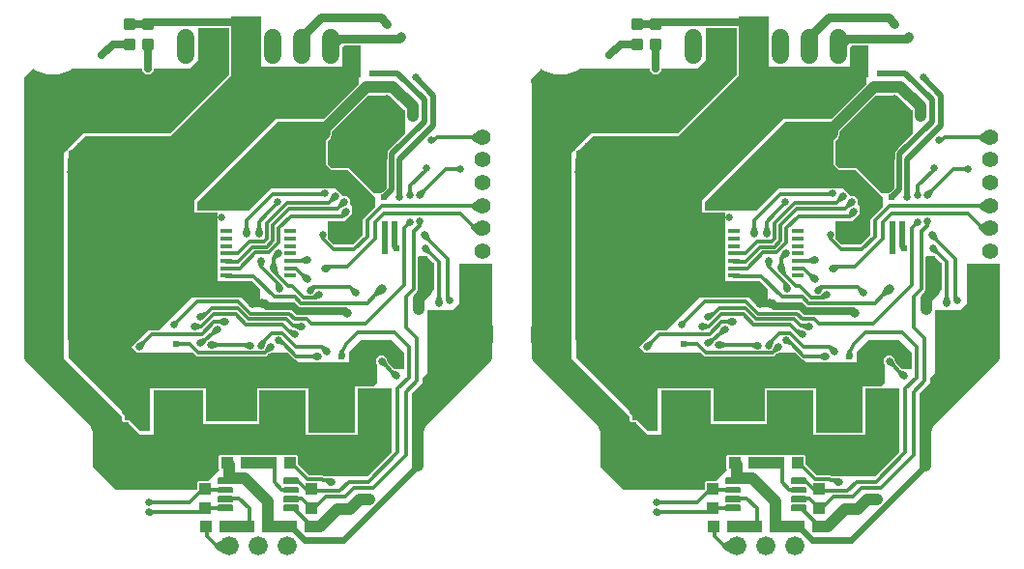
<source format=gbr>
G04 EAGLE Gerber RS-274X export*
G75*
%MOMM*%
%FSLAX34Y34*%
%LPD*%
%INBottom Copper*%
%IPPOS*%
%AMOC8*
5,1,8,0,0,1.08239X$1,22.5*%
G01*
%ADD10R,1.270000X2.060000*%
%ADD11R,1.000000X0.350000*%
%ADD12C,0.130000*%
%ADD13R,1.100000X1.000000*%
%ADD14R,1.000000X1.100000*%
%ADD15C,0.300000*%
%ADD16C,1.422400*%
%ADD17C,1.676400*%
%ADD18C,1.524000*%
%ADD19C,0.654800*%
%ADD20C,1.500000*%
%ADD21C,0.700000*%
%ADD22C,1.000000*%
%ADD23C,0.600000*%
%ADD24C,0.804800*%
%ADD25C,0.609600*%
%ADD26C,0.500000*%
%ADD27C,0.800000*%

G36*
X744546Y136821D02*
X744546Y136821D01*
X744554Y136820D01*
X744643Y136841D01*
X744732Y136859D01*
X744739Y136864D01*
X744747Y136866D01*
X744821Y136920D01*
X744896Y136972D01*
X744901Y136979D01*
X744908Y136984D01*
X744954Y137062D01*
X745003Y137139D01*
X745005Y137148D01*
X745009Y137155D01*
X745037Y137319D01*
X745037Y177301D01*
X761206Y177301D01*
X761219Y177303D01*
X761231Y177301D01*
X761315Y177323D01*
X761401Y177340D01*
X761412Y177348D01*
X761424Y177351D01*
X761559Y177447D01*
X763941Y179828D01*
X763948Y179839D01*
X763958Y179846D01*
X764002Y179921D01*
X764050Y179994D01*
X764053Y180006D01*
X764059Y180017D01*
X764087Y180181D01*
X764087Y196501D01*
X764084Y196514D01*
X764086Y196526D01*
X764065Y196610D01*
X764047Y196696D01*
X764040Y196707D01*
X764037Y196719D01*
X763941Y196854D01*
X763551Y197244D01*
X763551Y201219D01*
X763941Y201608D01*
X763947Y201619D01*
X763958Y201626D01*
X764002Y201701D01*
X764050Y201774D01*
X764053Y201786D01*
X764059Y201797D01*
X764087Y201961D01*
X764087Y202199D01*
X764588Y202701D01*
X764826Y202701D01*
X764839Y202703D01*
X764851Y202701D01*
X764935Y202723D01*
X765021Y202740D01*
X765032Y202748D01*
X765044Y202751D01*
X765179Y202847D01*
X766362Y204030D01*
X770338Y204030D01*
X771888Y202480D01*
X771904Y202469D01*
X771915Y202454D01*
X772039Y202380D01*
X772054Y202370D01*
X772056Y202370D01*
X772058Y202368D01*
X772253Y202291D01*
X772351Y202066D01*
X772356Y202058D01*
X772358Y202053D01*
X772359Y202048D01*
X772456Y201912D01*
X773149Y201219D01*
X773149Y200332D01*
X773153Y200313D01*
X773150Y200294D01*
X773185Y200153D01*
X773188Y200137D01*
X773189Y200135D01*
X773190Y200133D01*
X773836Y198645D01*
X773842Y198636D01*
X773845Y198626D01*
X773941Y198491D01*
X779903Y192528D01*
X779914Y192521D01*
X779921Y192511D01*
X779996Y192467D01*
X780069Y192418D01*
X780081Y192416D01*
X780092Y192410D01*
X780256Y192382D01*
X787400Y192382D01*
X787408Y192384D01*
X787417Y192382D01*
X787505Y192403D01*
X787595Y192422D01*
X787602Y192426D01*
X787610Y192428D01*
X787683Y192482D01*
X787759Y192534D01*
X787763Y192541D01*
X787770Y192546D01*
X787817Y192625D01*
X787866Y192702D01*
X787867Y192710D01*
X787872Y192717D01*
X787899Y192881D01*
X787899Y206375D01*
X787897Y206387D01*
X787899Y206400D01*
X787877Y206484D01*
X787860Y206570D01*
X787853Y206580D01*
X787849Y206592D01*
X787753Y206728D01*
X776641Y217841D01*
X776630Y217848D01*
X776623Y217858D01*
X776548Y217902D01*
X776475Y217950D01*
X776462Y217953D01*
X776452Y217959D01*
X776288Y217987D01*
X750888Y217987D01*
X750875Y217984D01*
X750863Y217986D01*
X750778Y217965D01*
X750693Y217947D01*
X750682Y217940D01*
X750670Y217937D01*
X750534Y217841D01*
X740216Y207522D01*
X740209Y207511D01*
X740199Y207504D01*
X740154Y207429D01*
X740106Y207356D01*
X740104Y207344D01*
X740097Y207333D01*
X740070Y207169D01*
X740070Y198143D01*
X695532Y198143D01*
X693254Y200421D01*
X693243Y200428D01*
X693236Y200438D01*
X693161Y200482D01*
X693088Y200531D01*
X693076Y200533D01*
X693065Y200539D01*
X692901Y200567D01*
X692485Y200567D01*
X686324Y206728D01*
X686313Y206735D01*
X686306Y206745D01*
X686231Y206790D01*
X686158Y206838D01*
X686145Y206840D01*
X686135Y206847D01*
X685971Y206874D01*
X672086Y206874D01*
X672060Y206869D01*
X672033Y206871D01*
X671931Y206843D01*
X671891Y206835D01*
X671884Y206830D01*
X671873Y206827D01*
X670059Y205971D01*
X669989Y205919D01*
X669915Y205869D01*
X669908Y205858D01*
X669900Y205852D01*
X669879Y205816D01*
X669829Y205745D01*
X669389Y205587D01*
X669367Y205573D01*
X669341Y205566D01*
X669254Y205504D01*
X669219Y205484D01*
X669214Y205476D01*
X669205Y205470D01*
X669003Y205268D01*
X667085Y203350D01*
X606760Y203350D01*
X603382Y206728D01*
X603371Y206735D01*
X603364Y206745D01*
X603289Y206789D01*
X603216Y206838D01*
X603204Y206840D01*
X603193Y206847D01*
X603029Y206874D01*
X554244Y206874D01*
X549187Y211931D01*
X563769Y226513D01*
X573881Y226513D01*
X573894Y226516D01*
X573906Y226514D01*
X573990Y226535D01*
X574076Y226553D01*
X574087Y226560D01*
X574099Y226563D01*
X574234Y226659D01*
X602663Y255088D01*
X645906Y255088D01*
X651316Y249678D01*
X651326Y249671D01*
X651334Y249661D01*
X651409Y249617D01*
X651482Y249568D01*
X651494Y249566D01*
X651505Y249560D01*
X651669Y249532D01*
X660400Y249532D01*
X660412Y249535D01*
X660425Y249533D01*
X660509Y249554D01*
X660595Y249572D01*
X660605Y249579D01*
X660617Y249582D01*
X660753Y249678D01*
X661547Y250472D01*
X661554Y250483D01*
X661564Y250490D01*
X661608Y250565D01*
X661657Y250638D01*
X661659Y250650D01*
X661665Y250661D01*
X661693Y250825D01*
X661693Y262731D01*
X661691Y262744D01*
X661692Y262756D01*
X661671Y262840D01*
X661653Y262926D01*
X661646Y262937D01*
X661643Y262949D01*
X661547Y263084D01*
X655197Y269434D01*
X655186Y269441D01*
X655179Y269451D01*
X655104Y269496D01*
X655031Y269544D01*
X655019Y269546D01*
X655008Y269553D01*
X654844Y269581D01*
X625181Y269581D01*
X625181Y328613D01*
X625179Y328621D01*
X625180Y328629D01*
X625159Y328718D01*
X625141Y328807D01*
X625136Y328814D01*
X625134Y328822D01*
X625080Y328896D01*
X625028Y328971D01*
X625021Y328976D01*
X625016Y328983D01*
X624938Y329029D01*
X624861Y329078D01*
X624853Y329080D01*
X624845Y329084D01*
X624681Y329112D01*
X604543Y329112D01*
X604543Y340312D01*
X675688Y411457D01*
X717142Y411457D01*
X717154Y411460D01*
X717166Y411458D01*
X717251Y411479D01*
X717336Y411497D01*
X717347Y411504D01*
X717359Y411507D01*
X717495Y411603D01*
X748066Y442174D01*
X748073Y442185D01*
X748083Y442192D01*
X748127Y442267D01*
X748175Y442340D01*
X748178Y442352D01*
X748184Y442363D01*
X748212Y442527D01*
X748212Y447633D01*
X749953Y447633D01*
X749961Y447634D01*
X749970Y447633D01*
X750058Y447654D01*
X750148Y447672D01*
X750155Y447677D01*
X750163Y447679D01*
X750236Y447733D01*
X750312Y447785D01*
X750316Y447792D01*
X750323Y447797D01*
X750370Y447875D01*
X750419Y447952D01*
X750420Y447961D01*
X750425Y447968D01*
X750452Y448132D01*
X750452Y475692D01*
X750451Y475700D01*
X750452Y475708D01*
X750431Y475797D01*
X750413Y475886D01*
X750408Y475893D01*
X750406Y475902D01*
X750352Y475975D01*
X750300Y476050D01*
X750293Y476055D01*
X750288Y476062D01*
X750210Y476108D01*
X750133Y476157D01*
X750124Y476159D01*
X750117Y476163D01*
X749953Y476191D01*
X736173Y476191D01*
X736161Y476188D01*
X736149Y476190D01*
X736064Y476169D01*
X735978Y476151D01*
X735968Y476144D01*
X735956Y476141D01*
X735820Y476045D01*
X734385Y474609D01*
X734378Y474599D01*
X734368Y474591D01*
X734323Y474516D01*
X734275Y474443D01*
X734273Y474431D01*
X734266Y474420D01*
X734239Y474256D01*
X734239Y456906D01*
X662487Y456906D01*
X662487Y500856D01*
X662485Y500865D01*
X662486Y500873D01*
X662465Y500961D01*
X662447Y501051D01*
X662442Y501058D01*
X662440Y501066D01*
X662387Y501139D01*
X662335Y501215D01*
X662328Y501220D01*
X662323Y501226D01*
X662244Y501273D01*
X662167Y501322D01*
X662159Y501324D01*
X662152Y501328D01*
X661988Y501356D01*
X637381Y501356D01*
X637373Y501354D01*
X637365Y501355D01*
X637276Y501334D01*
X637186Y501316D01*
X637179Y501311D01*
X637171Y501309D01*
X637098Y501255D01*
X637022Y501203D01*
X637018Y501196D01*
X637011Y501191D01*
X636965Y501113D01*
X636915Y501036D01*
X636914Y501028D01*
X636910Y501020D01*
X636882Y500856D01*
X636882Y449469D01*
X583993Y396581D01*
X508794Y396581D01*
X508781Y396578D01*
X508769Y396580D01*
X508685Y396558D01*
X508599Y396541D01*
X508588Y396534D01*
X508576Y396531D01*
X508441Y396434D01*
X494153Y382147D01*
X494146Y382136D01*
X494136Y382129D01*
X494092Y382054D01*
X494043Y381981D01*
X494041Y381969D01*
X494035Y381958D01*
X494007Y381794D01*
X494007Y202406D01*
X494010Y202394D01*
X494008Y202381D01*
X494029Y202297D01*
X494047Y202211D01*
X494054Y202201D01*
X494057Y202189D01*
X494153Y202053D01*
X540838Y155368D01*
X540838Y153988D01*
X540841Y153975D01*
X540839Y153963D01*
X540860Y153878D01*
X540878Y153793D01*
X540885Y153782D01*
X540888Y153770D01*
X540984Y153634D01*
X556066Y138553D01*
X556076Y138546D01*
X556084Y138536D01*
X556159Y138492D01*
X556232Y138443D01*
X556244Y138441D01*
X556255Y138435D01*
X556419Y138407D01*
X565150Y138407D01*
X565158Y138409D01*
X565167Y138407D01*
X565255Y138428D01*
X565345Y138447D01*
X565352Y138451D01*
X565360Y138453D01*
X565433Y138507D01*
X565509Y138559D01*
X565513Y138566D01*
X565520Y138571D01*
X565567Y138650D01*
X565616Y138727D01*
X565617Y138735D01*
X565622Y138742D01*
X565649Y138906D01*
X565649Y175713D01*
X614657Y175713D01*
X614657Y146844D01*
X614659Y146836D01*
X614657Y146827D01*
X614678Y146739D01*
X614697Y146649D01*
X614701Y146642D01*
X614703Y146634D01*
X614757Y146561D01*
X614809Y146485D01*
X614816Y146480D01*
X614821Y146474D01*
X614900Y146427D01*
X614977Y146378D01*
X614985Y146377D01*
X614992Y146372D01*
X615156Y146345D01*
X658813Y146345D01*
X658821Y146346D01*
X658829Y146345D01*
X658918Y146366D01*
X659007Y146384D01*
X659014Y146389D01*
X659022Y146391D01*
X659096Y146445D01*
X659171Y146497D01*
X659176Y146504D01*
X659183Y146509D01*
X659229Y146587D01*
X659278Y146664D01*
X659280Y146673D01*
X659284Y146680D01*
X659312Y146844D01*
X659312Y175713D01*
X704351Y175713D01*
X704351Y137319D01*
X704352Y137311D01*
X704351Y137302D01*
X704372Y137214D01*
X704390Y137124D01*
X704395Y137117D01*
X704397Y137109D01*
X704451Y137036D01*
X704503Y136960D01*
X704510Y136955D01*
X704515Y136949D01*
X704593Y136902D01*
X704670Y136853D01*
X704679Y136852D01*
X704686Y136847D01*
X704850Y136820D01*
X744538Y136820D01*
X744546Y136821D01*
G37*
G36*
X300046Y136821D02*
X300046Y136821D01*
X300054Y136820D01*
X300143Y136841D01*
X300232Y136859D01*
X300239Y136864D01*
X300247Y136866D01*
X300321Y136920D01*
X300396Y136972D01*
X300401Y136979D01*
X300408Y136984D01*
X300454Y137062D01*
X300503Y137139D01*
X300505Y137148D01*
X300509Y137155D01*
X300537Y137319D01*
X300537Y177301D01*
X316706Y177301D01*
X316719Y177303D01*
X316731Y177301D01*
X316815Y177323D01*
X316901Y177340D01*
X316912Y177348D01*
X316924Y177351D01*
X317059Y177447D01*
X319441Y179828D01*
X319448Y179839D01*
X319458Y179846D01*
X319502Y179921D01*
X319550Y179994D01*
X319553Y180006D01*
X319559Y180017D01*
X319587Y180181D01*
X319587Y196501D01*
X319584Y196514D01*
X319586Y196526D01*
X319565Y196610D01*
X319547Y196696D01*
X319540Y196707D01*
X319537Y196719D01*
X319441Y196854D01*
X319051Y197244D01*
X319051Y201219D01*
X319441Y201608D01*
X319447Y201619D01*
X319458Y201626D01*
X319502Y201701D01*
X319550Y201774D01*
X319553Y201786D01*
X319559Y201797D01*
X319587Y201961D01*
X319587Y202199D01*
X320088Y202701D01*
X320326Y202701D01*
X320339Y202703D01*
X320351Y202701D01*
X320435Y202723D01*
X320521Y202740D01*
X320532Y202748D01*
X320544Y202751D01*
X320679Y202847D01*
X321862Y204030D01*
X325838Y204030D01*
X327388Y202480D01*
X327404Y202469D01*
X327415Y202454D01*
X327539Y202380D01*
X327554Y202370D01*
X327556Y202370D01*
X327558Y202368D01*
X327753Y202291D01*
X327851Y202066D01*
X327856Y202058D01*
X327858Y202053D01*
X327859Y202048D01*
X327956Y201912D01*
X328649Y201219D01*
X328649Y200332D01*
X328653Y200313D01*
X328650Y200294D01*
X328685Y200153D01*
X328688Y200137D01*
X328689Y200135D01*
X328690Y200133D01*
X329336Y198645D01*
X329342Y198636D01*
X329345Y198626D01*
X329441Y198491D01*
X335403Y192528D01*
X335414Y192521D01*
X335421Y192511D01*
X335496Y192467D01*
X335569Y192418D01*
X335581Y192416D01*
X335592Y192410D01*
X335756Y192382D01*
X342900Y192382D01*
X342908Y192384D01*
X342917Y192382D01*
X343005Y192403D01*
X343095Y192422D01*
X343102Y192426D01*
X343110Y192428D01*
X343183Y192482D01*
X343259Y192534D01*
X343263Y192541D01*
X343270Y192546D01*
X343317Y192625D01*
X343366Y192702D01*
X343367Y192710D01*
X343372Y192717D01*
X343399Y192881D01*
X343399Y206375D01*
X343397Y206387D01*
X343399Y206400D01*
X343377Y206484D01*
X343360Y206570D01*
X343353Y206580D01*
X343349Y206592D01*
X343253Y206728D01*
X332141Y217841D01*
X332130Y217848D01*
X332123Y217858D01*
X332048Y217902D01*
X331975Y217950D01*
X331962Y217953D01*
X331952Y217959D01*
X331788Y217987D01*
X306388Y217987D01*
X306375Y217984D01*
X306363Y217986D01*
X306278Y217965D01*
X306193Y217947D01*
X306182Y217940D01*
X306170Y217937D01*
X306034Y217841D01*
X295716Y207522D01*
X295709Y207511D01*
X295699Y207504D01*
X295654Y207429D01*
X295606Y207356D01*
X295604Y207344D01*
X295597Y207333D01*
X295570Y207169D01*
X295570Y198143D01*
X251032Y198143D01*
X248754Y200421D01*
X248743Y200428D01*
X248736Y200438D01*
X248661Y200482D01*
X248588Y200531D01*
X248576Y200533D01*
X248565Y200539D01*
X248401Y200567D01*
X247985Y200567D01*
X241824Y206728D01*
X241813Y206735D01*
X241806Y206745D01*
X241731Y206790D01*
X241658Y206838D01*
X241645Y206840D01*
X241635Y206847D01*
X241471Y206874D01*
X227586Y206874D01*
X227560Y206869D01*
X227533Y206871D01*
X227431Y206843D01*
X227391Y206835D01*
X227384Y206830D01*
X227373Y206827D01*
X225559Y205971D01*
X225489Y205919D01*
X225415Y205869D01*
X225408Y205858D01*
X225400Y205852D01*
X225379Y205816D01*
X225329Y205745D01*
X224889Y205587D01*
X224867Y205573D01*
X224841Y205566D01*
X224754Y205504D01*
X224719Y205484D01*
X224714Y205476D01*
X224705Y205470D01*
X224503Y205268D01*
X222585Y203350D01*
X162260Y203350D01*
X158882Y206728D01*
X158871Y206735D01*
X158864Y206745D01*
X158789Y206789D01*
X158716Y206838D01*
X158704Y206840D01*
X158693Y206847D01*
X158529Y206874D01*
X109744Y206874D01*
X104687Y211931D01*
X119269Y226513D01*
X129381Y226513D01*
X129394Y226516D01*
X129406Y226514D01*
X129490Y226535D01*
X129576Y226553D01*
X129587Y226560D01*
X129599Y226563D01*
X129734Y226659D01*
X158163Y255088D01*
X201406Y255088D01*
X206816Y249678D01*
X206826Y249671D01*
X206834Y249661D01*
X206909Y249617D01*
X206982Y249568D01*
X206994Y249566D01*
X207005Y249560D01*
X207169Y249532D01*
X215900Y249532D01*
X215912Y249535D01*
X215925Y249533D01*
X216009Y249554D01*
X216095Y249572D01*
X216105Y249579D01*
X216117Y249582D01*
X216253Y249678D01*
X217047Y250472D01*
X217054Y250483D01*
X217064Y250490D01*
X217108Y250565D01*
X217157Y250638D01*
X217159Y250650D01*
X217165Y250661D01*
X217193Y250825D01*
X217193Y262731D01*
X217191Y262744D01*
X217192Y262756D01*
X217171Y262840D01*
X217153Y262926D01*
X217146Y262937D01*
X217143Y262949D01*
X217047Y263084D01*
X210697Y269434D01*
X210686Y269441D01*
X210679Y269451D01*
X210604Y269496D01*
X210531Y269544D01*
X210519Y269546D01*
X210508Y269553D01*
X210344Y269581D01*
X180681Y269581D01*
X180681Y328613D01*
X180679Y328621D01*
X180680Y328629D01*
X180659Y328718D01*
X180641Y328807D01*
X180636Y328814D01*
X180634Y328822D01*
X180580Y328896D01*
X180528Y328971D01*
X180521Y328976D01*
X180516Y328983D01*
X180438Y329029D01*
X180361Y329078D01*
X180353Y329080D01*
X180345Y329084D01*
X180181Y329112D01*
X160043Y329112D01*
X160043Y340312D01*
X231188Y411457D01*
X272642Y411457D01*
X272654Y411460D01*
X272666Y411458D01*
X272751Y411479D01*
X272836Y411497D01*
X272847Y411504D01*
X272859Y411507D01*
X272995Y411603D01*
X303566Y442174D01*
X303573Y442185D01*
X303583Y442192D01*
X303627Y442267D01*
X303675Y442340D01*
X303678Y442352D01*
X303684Y442363D01*
X303712Y442527D01*
X303712Y447633D01*
X305453Y447633D01*
X305461Y447634D01*
X305470Y447633D01*
X305558Y447654D01*
X305648Y447672D01*
X305655Y447677D01*
X305663Y447679D01*
X305736Y447733D01*
X305812Y447785D01*
X305816Y447792D01*
X305823Y447797D01*
X305870Y447875D01*
X305919Y447952D01*
X305920Y447961D01*
X305925Y447968D01*
X305952Y448132D01*
X305952Y475692D01*
X305951Y475700D01*
X305952Y475708D01*
X305931Y475797D01*
X305913Y475886D01*
X305908Y475893D01*
X305906Y475902D01*
X305852Y475975D01*
X305800Y476050D01*
X305793Y476055D01*
X305788Y476062D01*
X305710Y476108D01*
X305633Y476157D01*
X305624Y476159D01*
X305617Y476163D01*
X305453Y476191D01*
X291673Y476191D01*
X291661Y476188D01*
X291649Y476190D01*
X291564Y476169D01*
X291478Y476151D01*
X291468Y476144D01*
X291456Y476141D01*
X291320Y476045D01*
X289885Y474609D01*
X289878Y474599D01*
X289868Y474591D01*
X289823Y474516D01*
X289775Y474443D01*
X289773Y474431D01*
X289766Y474420D01*
X289739Y474256D01*
X289739Y456906D01*
X217987Y456906D01*
X217987Y500856D01*
X217985Y500865D01*
X217986Y500873D01*
X217965Y500961D01*
X217947Y501051D01*
X217942Y501058D01*
X217940Y501066D01*
X217887Y501139D01*
X217835Y501215D01*
X217828Y501220D01*
X217823Y501226D01*
X217744Y501273D01*
X217667Y501322D01*
X217659Y501324D01*
X217652Y501328D01*
X217488Y501356D01*
X192881Y501356D01*
X192873Y501354D01*
X192865Y501355D01*
X192776Y501334D01*
X192686Y501316D01*
X192679Y501311D01*
X192671Y501309D01*
X192598Y501255D01*
X192522Y501203D01*
X192518Y501196D01*
X192511Y501191D01*
X192465Y501113D01*
X192415Y501036D01*
X192414Y501028D01*
X192410Y501020D01*
X192382Y500856D01*
X192382Y449469D01*
X139493Y396581D01*
X64294Y396581D01*
X64281Y396578D01*
X64269Y396580D01*
X64185Y396558D01*
X64099Y396541D01*
X64088Y396534D01*
X64076Y396531D01*
X63941Y396434D01*
X49653Y382147D01*
X49646Y382136D01*
X49636Y382129D01*
X49592Y382054D01*
X49543Y381981D01*
X49541Y381969D01*
X49535Y381958D01*
X49507Y381794D01*
X49507Y202406D01*
X49510Y202394D01*
X49508Y202381D01*
X49529Y202297D01*
X49547Y202211D01*
X49554Y202201D01*
X49557Y202189D01*
X49653Y202053D01*
X96338Y155368D01*
X96338Y153988D01*
X96341Y153975D01*
X96339Y153963D01*
X96360Y153878D01*
X96378Y153793D01*
X96385Y153782D01*
X96388Y153770D01*
X96484Y153634D01*
X111566Y138553D01*
X111576Y138546D01*
X111584Y138536D01*
X111659Y138492D01*
X111732Y138443D01*
X111744Y138441D01*
X111755Y138435D01*
X111919Y138407D01*
X120650Y138407D01*
X120658Y138409D01*
X120667Y138407D01*
X120755Y138428D01*
X120845Y138447D01*
X120852Y138451D01*
X120860Y138453D01*
X120933Y138507D01*
X121009Y138559D01*
X121013Y138566D01*
X121020Y138571D01*
X121067Y138650D01*
X121116Y138727D01*
X121117Y138735D01*
X121122Y138742D01*
X121149Y138906D01*
X121149Y175713D01*
X170157Y175713D01*
X170157Y146844D01*
X170159Y146836D01*
X170157Y146827D01*
X170178Y146739D01*
X170197Y146649D01*
X170201Y146642D01*
X170203Y146634D01*
X170257Y146561D01*
X170309Y146485D01*
X170316Y146480D01*
X170321Y146474D01*
X170400Y146427D01*
X170477Y146378D01*
X170485Y146377D01*
X170492Y146372D01*
X170656Y146345D01*
X214313Y146345D01*
X214321Y146346D01*
X214329Y146345D01*
X214418Y146366D01*
X214507Y146384D01*
X214514Y146389D01*
X214522Y146391D01*
X214596Y146445D01*
X214671Y146497D01*
X214676Y146504D01*
X214683Y146509D01*
X214729Y146587D01*
X214778Y146664D01*
X214780Y146673D01*
X214784Y146680D01*
X214812Y146844D01*
X214812Y175713D01*
X259851Y175713D01*
X259851Y137319D01*
X259852Y137311D01*
X259851Y137302D01*
X259872Y137214D01*
X259890Y137124D01*
X259895Y137117D01*
X259897Y137109D01*
X259951Y137036D01*
X260003Y136960D01*
X260010Y136955D01*
X260015Y136949D01*
X260093Y136902D01*
X260170Y136853D01*
X260179Y136852D01*
X260186Y136847D01*
X260350Y136820D01*
X300038Y136820D01*
X300046Y136821D01*
G37*
G36*
X546860Y145199D02*
X546860Y145199D01*
X546853Y145209D01*
X546778Y145253D01*
X546705Y145301D01*
X546693Y145304D01*
X546682Y145310D01*
X546518Y145338D01*
X542206Y145338D01*
X541313Y146231D01*
X541313Y150543D01*
X541310Y150555D01*
X541312Y150568D01*
X541291Y150652D01*
X541273Y150738D01*
X541266Y150748D01*
X541263Y150760D01*
X541167Y150896D01*
X490243Y201819D01*
X490243Y381587D01*
X492129Y383473D01*
X492136Y383484D01*
X492146Y383491D01*
X492191Y383566D01*
X492239Y383639D01*
X492241Y383651D01*
X492248Y383662D01*
X492275Y383826D01*
X492275Y383994D01*
X493168Y384887D01*
X493336Y384887D01*
X493349Y384890D01*
X493361Y384888D01*
X493446Y384909D01*
X493531Y384927D01*
X493542Y384934D01*
X493554Y384937D01*
X493690Y385033D01*
X507413Y398757D01*
X582613Y398757D01*
X582625Y398760D01*
X582637Y398758D01*
X582722Y398779D01*
X582807Y398797D01*
X582818Y398804D01*
X582830Y398807D01*
X582966Y398903D01*
X634559Y450497D01*
X634566Y450508D01*
X634576Y450515D01*
X634621Y450590D01*
X634669Y450663D01*
X634671Y450675D01*
X634678Y450686D01*
X634706Y450850D01*
X634706Y491048D01*
X634704Y491056D01*
X634705Y491064D01*
X634684Y491153D01*
X634666Y491243D01*
X634661Y491250D01*
X634659Y491258D01*
X634605Y491331D01*
X634553Y491407D01*
X634546Y491411D01*
X634541Y491418D01*
X634463Y491464D01*
X634386Y491514D01*
X634378Y491515D01*
X634370Y491519D01*
X634206Y491547D01*
X608013Y491547D01*
X608004Y491545D01*
X607996Y491547D01*
X607908Y491526D01*
X607818Y491507D01*
X607811Y491503D01*
X607803Y491501D01*
X607729Y491447D01*
X607654Y491395D01*
X607649Y491388D01*
X607642Y491383D01*
X607596Y491304D01*
X607547Y491227D01*
X607545Y491219D01*
X607541Y491212D01*
X607513Y491048D01*
X607513Y462963D01*
X599868Y455318D01*
X569374Y455318D01*
X569365Y455316D01*
X569357Y455318D01*
X569269Y455297D01*
X569179Y455278D01*
X569172Y455274D01*
X569164Y455272D01*
X569090Y455218D01*
X569015Y455166D01*
X569010Y455159D01*
X569003Y455154D01*
X568957Y455076D01*
X568908Y454998D01*
X568906Y454990D01*
X568902Y454983D01*
X568874Y454819D01*
X568874Y453780D01*
X565931Y450836D01*
X561768Y450836D01*
X558825Y453780D01*
X558825Y454819D01*
X558823Y454827D01*
X558825Y454835D01*
X558804Y454924D01*
X558785Y455014D01*
X558780Y455021D01*
X558779Y455029D01*
X558725Y455102D01*
X558673Y455178D01*
X558666Y455182D01*
X558661Y455189D01*
X558582Y455235D01*
X558505Y455285D01*
X558497Y455286D01*
X558490Y455290D01*
X558326Y455318D01*
X497226Y455318D01*
X497138Y455300D01*
X497049Y455285D01*
X497040Y455280D01*
X497032Y455278D01*
X496999Y455256D01*
X496906Y455201D01*
X495499Y454021D01*
X485709Y450458D01*
X475291Y450458D01*
X465501Y454021D01*
X464094Y455201D01*
X464015Y455244D01*
X463938Y455290D01*
X463927Y455292D01*
X463920Y455296D01*
X463880Y455300D01*
X463774Y455318D01*
X463550Y455318D01*
X463538Y455316D01*
X463525Y455317D01*
X463441Y455296D01*
X463355Y455278D01*
X463345Y455271D01*
X463333Y455268D01*
X463197Y455172D01*
X454349Y446324D01*
X454342Y446313D01*
X454332Y446306D01*
X454287Y446231D01*
X454239Y446158D01*
X454237Y446146D01*
X454230Y446135D01*
X454203Y445971D01*
X454203Y443760D01*
X454205Y443748D01*
X454203Y443735D01*
X454225Y443651D01*
X454242Y443565D01*
X454249Y443555D01*
X454253Y443543D01*
X454349Y443407D01*
X455631Y442125D01*
X455631Y230547D01*
X454857Y229773D01*
X454850Y229762D01*
X454840Y229755D01*
X454796Y229680D01*
X454747Y229607D01*
X454745Y229595D01*
X454738Y229584D01*
X454711Y229420D01*
X454711Y215924D01*
X454713Y215912D01*
X454711Y215899D01*
X454733Y215815D01*
X454750Y215729D01*
X454757Y215719D01*
X454761Y215707D01*
X454857Y215571D01*
X455631Y214797D01*
X455631Y202672D01*
X455635Y202651D01*
X455633Y202623D01*
X455717Y201770D01*
X455729Y201732D01*
X455753Y201628D01*
X456405Y200053D01*
X456428Y200020D01*
X456481Y199927D01*
X457024Y199265D01*
X457041Y199251D01*
X457057Y199229D01*
X509550Y146736D01*
X511199Y145087D01*
X511418Y144868D01*
X512848Y143438D01*
X513327Y142959D01*
X515631Y137397D01*
X515631Y134406D01*
X515631Y106170D01*
X515633Y106158D01*
X515631Y106145D01*
X515653Y106061D01*
X515670Y105975D01*
X515677Y105965D01*
X515681Y105953D01*
X515777Y105817D01*
X534634Y86959D01*
X534645Y86952D01*
X534652Y86942D01*
X534727Y86898D01*
X534800Y86850D01*
X534813Y86847D01*
X534823Y86841D01*
X534988Y86813D01*
X606545Y86813D01*
X606553Y86815D01*
X606561Y86814D01*
X606650Y86835D01*
X606740Y86853D01*
X606747Y86858D01*
X606755Y86860D01*
X606828Y86914D01*
X606904Y86965D01*
X606908Y86972D01*
X606915Y86977D01*
X606961Y87056D01*
X607011Y87133D01*
X607012Y87141D01*
X607016Y87148D01*
X607044Y87313D01*
X607044Y93213D01*
X607937Y94106D01*
X616099Y94106D01*
X616111Y94108D01*
X616124Y94107D01*
X616208Y94128D01*
X616294Y94146D01*
X616304Y94153D01*
X616316Y94156D01*
X616452Y94252D01*
X626009Y103810D01*
X626014Y103817D01*
X626021Y103821D01*
X626069Y103899D01*
X626119Y103975D01*
X626121Y103984D01*
X626125Y103991D01*
X626139Y104081D01*
X626156Y104171D01*
X626154Y104179D01*
X626155Y104187D01*
X626132Y104275D01*
X626113Y104365D01*
X626108Y104372D01*
X626106Y104380D01*
X626009Y104516D01*
X625825Y104700D01*
X625825Y115963D01*
X626718Y116856D01*
X638849Y116856D01*
X638861Y116858D01*
X638874Y116857D01*
X638958Y116878D01*
X639044Y116896D01*
X639054Y116903D01*
X639066Y116906D01*
X639165Y116976D01*
X687188Y116976D01*
X687247Y116941D01*
X687320Y116892D01*
X687332Y116890D01*
X687343Y116884D01*
X687507Y116856D01*
X694082Y116856D01*
X694975Y115963D01*
X694975Y109389D01*
X694977Y109376D01*
X694975Y109364D01*
X694997Y109279D01*
X695014Y109194D01*
X695021Y109183D01*
X695025Y109171D01*
X695121Y109035D01*
X704942Y99215D01*
X704952Y99208D01*
X704960Y99198D01*
X705035Y99153D01*
X705108Y99105D01*
X705120Y99103D01*
X705131Y99096D01*
X705295Y99068D01*
X712547Y99068D01*
X712626Y99085D01*
X712706Y99095D01*
X712725Y99105D01*
X712742Y99108D01*
X712779Y99134D01*
X712853Y99173D01*
X712890Y99202D01*
X713912Y99072D01*
X713940Y99074D01*
X713975Y99068D01*
X715006Y99068D01*
X715039Y99035D01*
X715106Y98991D01*
X715170Y98941D01*
X715190Y98935D01*
X715205Y98925D01*
X715249Y98917D01*
X715329Y98893D01*
X718947Y98434D01*
X720175Y98279D01*
X720202Y98281D01*
X720237Y98275D01*
X723565Y98275D01*
X723768Y98072D01*
X723779Y98065D01*
X723786Y98055D01*
X723861Y98011D01*
X723934Y97962D01*
X723946Y97960D01*
X723957Y97953D01*
X724121Y97926D01*
X755650Y97926D01*
X755662Y97928D01*
X755675Y97926D01*
X755759Y97948D01*
X755845Y97965D01*
X755855Y97973D01*
X755867Y97976D01*
X756003Y98072D01*
X777434Y119503D01*
X777441Y119514D01*
X777451Y119521D01*
X777496Y119596D01*
X777544Y119669D01*
X777546Y119681D01*
X777553Y119692D01*
X777581Y119856D01*
X777581Y174625D01*
X777579Y174633D01*
X777580Y174642D01*
X777559Y174730D01*
X777541Y174820D01*
X777536Y174827D01*
X777534Y174835D01*
X777480Y174908D01*
X777428Y174984D01*
X777421Y174988D01*
X777416Y174995D01*
X777338Y175042D01*
X777261Y175091D01*
X777253Y175092D01*
X777245Y175097D01*
X777081Y175124D01*
X747713Y175124D01*
X747704Y175123D01*
X747696Y175124D01*
X747608Y175103D01*
X747518Y175085D01*
X747511Y175080D01*
X747503Y175078D01*
X747429Y175024D01*
X747354Y174972D01*
X747349Y174965D01*
X747342Y174960D01*
X747296Y174882D01*
X747247Y174805D01*
X747245Y174796D01*
X747241Y174789D01*
X747213Y174625D01*
X747213Y134643D01*
X702174Y134643D01*
X702174Y173038D01*
X702173Y173046D01*
X702174Y173054D01*
X702153Y173143D01*
X702135Y173232D01*
X702130Y173239D01*
X702128Y173247D01*
X702074Y173321D01*
X702022Y173396D01*
X702015Y173401D01*
X702010Y173408D01*
X701932Y173454D01*
X701855Y173503D01*
X701846Y173505D01*
X701839Y173509D01*
X701675Y173537D01*
X661988Y173537D01*
X661979Y173535D01*
X661971Y173536D01*
X661883Y173515D01*
X661793Y173497D01*
X661786Y173492D01*
X661778Y173490D01*
X661704Y173437D01*
X661629Y173385D01*
X661624Y173378D01*
X661617Y173373D01*
X661571Y173294D01*
X661522Y173217D01*
X661520Y173209D01*
X661516Y173202D01*
X661488Y173038D01*
X661488Y144168D01*
X612481Y144168D01*
X612481Y173038D01*
X612479Y173046D01*
X612480Y173054D01*
X612459Y173143D01*
X612441Y173232D01*
X612436Y173239D01*
X612434Y173247D01*
X612380Y173321D01*
X612328Y173396D01*
X612321Y173401D01*
X612316Y173408D01*
X612238Y173454D01*
X612161Y173503D01*
X612153Y173505D01*
X612145Y173509D01*
X611981Y173537D01*
X569119Y173537D01*
X569111Y173535D01*
X569102Y173536D01*
X569014Y173515D01*
X568924Y173497D01*
X568917Y173492D01*
X568909Y173490D01*
X568836Y173437D01*
X568760Y173385D01*
X568755Y173378D01*
X568749Y173373D01*
X568702Y173294D01*
X568653Y173217D01*
X568652Y173209D01*
X568647Y173202D01*
X568620Y173038D01*
X568620Y134643D01*
X557419Y134643D01*
X546871Y145192D01*
X546860Y145199D01*
G37*
G36*
X162053Y86815D02*
X162053Y86815D01*
X162061Y86814D01*
X162150Y86835D01*
X162240Y86853D01*
X162247Y86858D01*
X162255Y86860D01*
X162328Y86914D01*
X162404Y86965D01*
X162408Y86972D01*
X162415Y86977D01*
X162461Y87056D01*
X162511Y87133D01*
X162512Y87141D01*
X162516Y87148D01*
X162544Y87313D01*
X162544Y93213D01*
X163437Y94106D01*
X171599Y94106D01*
X171611Y94108D01*
X171624Y94107D01*
X171708Y94128D01*
X171794Y94146D01*
X171804Y94153D01*
X171816Y94156D01*
X171952Y94252D01*
X181509Y103810D01*
X181514Y103817D01*
X181521Y103821D01*
X181569Y103899D01*
X181619Y103975D01*
X181621Y103984D01*
X181625Y103991D01*
X181639Y104081D01*
X181656Y104171D01*
X181654Y104179D01*
X181655Y104187D01*
X181632Y104275D01*
X181613Y104365D01*
X181608Y104372D01*
X181606Y104380D01*
X181509Y104516D01*
X181325Y104700D01*
X181325Y115963D01*
X182218Y116856D01*
X194349Y116856D01*
X194361Y116858D01*
X194374Y116857D01*
X194458Y116878D01*
X194544Y116896D01*
X194554Y116903D01*
X194566Y116906D01*
X194665Y116976D01*
X242688Y116976D01*
X242747Y116941D01*
X242820Y116892D01*
X242832Y116890D01*
X242843Y116884D01*
X243007Y116856D01*
X249582Y116856D01*
X250475Y115963D01*
X250475Y109389D01*
X250477Y109376D01*
X250475Y109364D01*
X250497Y109279D01*
X250514Y109194D01*
X250521Y109183D01*
X250525Y109171D01*
X250621Y109035D01*
X260442Y99215D01*
X260452Y99208D01*
X260460Y99198D01*
X260535Y99153D01*
X260608Y99105D01*
X260620Y99103D01*
X260631Y99096D01*
X260795Y99068D01*
X268047Y99068D01*
X268126Y99085D01*
X268206Y99095D01*
X268225Y99105D01*
X268242Y99108D01*
X268279Y99134D01*
X268353Y99173D01*
X268390Y99202D01*
X269412Y99072D01*
X269440Y99074D01*
X269475Y99068D01*
X270506Y99068D01*
X270539Y99035D01*
X270606Y98991D01*
X270670Y98941D01*
X270690Y98935D01*
X270705Y98925D01*
X270749Y98917D01*
X270829Y98893D01*
X274447Y98434D01*
X275675Y98279D01*
X275702Y98281D01*
X275737Y98275D01*
X279065Y98275D01*
X279268Y98072D01*
X279279Y98065D01*
X279286Y98055D01*
X279361Y98011D01*
X279434Y97962D01*
X279446Y97960D01*
X279457Y97953D01*
X279621Y97926D01*
X311150Y97926D01*
X311162Y97928D01*
X311175Y97926D01*
X311259Y97948D01*
X311345Y97965D01*
X311355Y97973D01*
X311367Y97976D01*
X311503Y98072D01*
X332934Y119503D01*
X332941Y119514D01*
X332951Y119521D01*
X332996Y119596D01*
X333044Y119669D01*
X333046Y119681D01*
X333053Y119692D01*
X333081Y119856D01*
X333081Y174625D01*
X333079Y174633D01*
X333080Y174642D01*
X333059Y174730D01*
X333041Y174820D01*
X333036Y174827D01*
X333034Y174835D01*
X332980Y174908D01*
X332928Y174984D01*
X332921Y174988D01*
X332916Y174995D01*
X332838Y175042D01*
X332761Y175091D01*
X332753Y175092D01*
X332745Y175097D01*
X332581Y175124D01*
X303213Y175124D01*
X303204Y175123D01*
X303196Y175124D01*
X303108Y175103D01*
X303018Y175085D01*
X303011Y175080D01*
X303003Y175078D01*
X302929Y175024D01*
X302854Y174972D01*
X302849Y174965D01*
X302842Y174960D01*
X302796Y174882D01*
X302747Y174805D01*
X302745Y174796D01*
X302741Y174789D01*
X302713Y174625D01*
X302713Y134643D01*
X257674Y134643D01*
X257674Y173038D01*
X257673Y173046D01*
X257674Y173054D01*
X257653Y173143D01*
X257635Y173232D01*
X257630Y173239D01*
X257628Y173247D01*
X257574Y173321D01*
X257522Y173396D01*
X257515Y173401D01*
X257510Y173408D01*
X257432Y173454D01*
X257355Y173503D01*
X257346Y173505D01*
X257339Y173509D01*
X257175Y173537D01*
X217488Y173537D01*
X217479Y173535D01*
X217471Y173536D01*
X217383Y173515D01*
X217293Y173497D01*
X217286Y173492D01*
X217278Y173490D01*
X217204Y173437D01*
X217129Y173385D01*
X217124Y173378D01*
X217117Y173373D01*
X217071Y173294D01*
X217022Y173217D01*
X217020Y173209D01*
X217016Y173202D01*
X216988Y173038D01*
X216988Y144168D01*
X167981Y144168D01*
X167981Y173038D01*
X167979Y173046D01*
X167980Y173054D01*
X167959Y173143D01*
X167941Y173232D01*
X167936Y173239D01*
X167934Y173247D01*
X167880Y173321D01*
X167828Y173396D01*
X167821Y173401D01*
X167816Y173408D01*
X167738Y173454D01*
X167661Y173503D01*
X167653Y173505D01*
X167645Y173509D01*
X167481Y173537D01*
X124619Y173537D01*
X124611Y173535D01*
X124602Y173536D01*
X124514Y173515D01*
X124424Y173497D01*
X124417Y173492D01*
X124409Y173490D01*
X124336Y173437D01*
X124260Y173385D01*
X124255Y173378D01*
X124249Y173373D01*
X124202Y173294D01*
X124153Y173217D01*
X124152Y173209D01*
X124147Y173202D01*
X124120Y173038D01*
X124120Y134643D01*
X112919Y134643D01*
X102371Y145192D01*
X102360Y145199D01*
X102353Y145209D01*
X102278Y145253D01*
X102205Y145301D01*
X102193Y145304D01*
X102182Y145310D01*
X102018Y145338D01*
X97706Y145338D01*
X96813Y146231D01*
X96813Y150543D01*
X96810Y150555D01*
X96812Y150568D01*
X96791Y150652D01*
X96773Y150738D01*
X96766Y150748D01*
X96763Y150760D01*
X96667Y150896D01*
X45743Y201819D01*
X45743Y381587D01*
X47629Y383473D01*
X47636Y383484D01*
X47646Y383491D01*
X47691Y383566D01*
X47739Y383639D01*
X47741Y383651D01*
X47748Y383662D01*
X47775Y383826D01*
X47775Y383994D01*
X48668Y384887D01*
X48836Y384887D01*
X48849Y384890D01*
X48861Y384888D01*
X48946Y384909D01*
X49031Y384927D01*
X49042Y384934D01*
X49054Y384937D01*
X49190Y385033D01*
X62913Y398757D01*
X138113Y398757D01*
X138125Y398760D01*
X138137Y398758D01*
X138222Y398779D01*
X138307Y398797D01*
X138318Y398804D01*
X138330Y398807D01*
X138466Y398903D01*
X190059Y450497D01*
X190066Y450508D01*
X190076Y450515D01*
X190121Y450590D01*
X190169Y450663D01*
X190171Y450675D01*
X190178Y450686D01*
X190206Y450850D01*
X190206Y491048D01*
X190204Y491056D01*
X190205Y491064D01*
X190184Y491153D01*
X190166Y491243D01*
X190161Y491250D01*
X190159Y491258D01*
X190105Y491331D01*
X190053Y491407D01*
X190046Y491411D01*
X190041Y491418D01*
X189963Y491464D01*
X189886Y491514D01*
X189878Y491515D01*
X189870Y491519D01*
X189706Y491547D01*
X163513Y491547D01*
X163504Y491545D01*
X163496Y491547D01*
X163408Y491526D01*
X163318Y491507D01*
X163311Y491503D01*
X163303Y491501D01*
X163229Y491447D01*
X163154Y491395D01*
X163149Y491388D01*
X163142Y491383D01*
X163096Y491304D01*
X163047Y491227D01*
X163045Y491219D01*
X163041Y491212D01*
X163013Y491048D01*
X163013Y462963D01*
X155368Y455318D01*
X124874Y455318D01*
X124865Y455316D01*
X124857Y455318D01*
X124769Y455297D01*
X124679Y455278D01*
X124672Y455274D01*
X124664Y455272D01*
X124590Y455218D01*
X124515Y455166D01*
X124510Y455159D01*
X124503Y455154D01*
X124457Y455076D01*
X124408Y454998D01*
X124406Y454990D01*
X124402Y454983D01*
X124374Y454819D01*
X124374Y453780D01*
X121431Y450836D01*
X117268Y450836D01*
X114325Y453780D01*
X114325Y454819D01*
X114323Y454827D01*
X114325Y454835D01*
X114304Y454924D01*
X114285Y455014D01*
X114280Y455021D01*
X114279Y455029D01*
X114225Y455102D01*
X114173Y455178D01*
X114166Y455182D01*
X114161Y455189D01*
X114082Y455235D01*
X114005Y455285D01*
X113997Y455286D01*
X113990Y455290D01*
X113826Y455318D01*
X52726Y455318D01*
X52638Y455300D01*
X52549Y455285D01*
X52540Y455280D01*
X52532Y455278D01*
X52499Y455256D01*
X52406Y455201D01*
X50999Y454021D01*
X41209Y450458D01*
X30791Y450458D01*
X21001Y454021D01*
X19594Y455201D01*
X19515Y455244D01*
X19438Y455290D01*
X19427Y455292D01*
X19420Y455296D01*
X19380Y455300D01*
X19274Y455318D01*
X19050Y455318D01*
X19038Y455316D01*
X19025Y455317D01*
X18941Y455296D01*
X18855Y455278D01*
X18845Y455271D01*
X18833Y455268D01*
X18697Y455172D01*
X11277Y447752D01*
X11275Y447749D01*
X11273Y447748D01*
X11268Y447740D01*
X11260Y447734D01*
X11215Y447659D01*
X11167Y447586D01*
X11165Y447574D01*
X11158Y447563D01*
X11131Y447399D01*
X11131Y202672D01*
X11135Y202651D01*
X11133Y202623D01*
X11217Y201770D01*
X11229Y201732D01*
X11253Y201628D01*
X11905Y200053D01*
X11928Y200020D01*
X11981Y199927D01*
X12524Y199265D01*
X12541Y199251D01*
X12557Y199229D01*
X65050Y146736D01*
X66699Y145087D01*
X67501Y144285D01*
X68348Y143438D01*
X68827Y142959D01*
X71131Y137397D01*
X71131Y135489D01*
X71131Y106170D01*
X71133Y106158D01*
X71131Y106145D01*
X71153Y106061D01*
X71170Y105975D01*
X71177Y105965D01*
X71181Y105953D01*
X71277Y105817D01*
X90134Y86959D01*
X90145Y86952D01*
X90152Y86942D01*
X90227Y86898D01*
X90300Y86850D01*
X90313Y86847D01*
X90323Y86841D01*
X90488Y86813D01*
X162045Y86813D01*
X162053Y86815D01*
G37*
G36*
X742962Y301128D02*
X742962Y301128D01*
X742975Y301126D01*
X743059Y301148D01*
X743145Y301165D01*
X743155Y301173D01*
X743167Y301176D01*
X743303Y301272D01*
X752034Y310003D01*
X752041Y310014D01*
X752051Y310021D01*
X752096Y310096D01*
X752144Y310169D01*
X752146Y310181D01*
X752153Y310192D01*
X752181Y310356D01*
X752181Y323643D01*
X762353Y333816D01*
X762360Y333826D01*
X762370Y333834D01*
X762415Y333909D01*
X762463Y333982D01*
X762465Y333994D01*
X762472Y334005D01*
X762499Y334169D01*
X762499Y342900D01*
X762497Y342912D01*
X762499Y342925D01*
X762477Y343009D01*
X762460Y343095D01*
X762453Y343105D01*
X762449Y343117D01*
X762353Y343253D01*
X739334Y366272D01*
X739324Y366279D01*
X739316Y366289D01*
X739241Y366333D01*
X739168Y366382D01*
X739156Y366384D01*
X739145Y366390D01*
X738981Y366418D01*
X720932Y366418D01*
X718843Y368507D01*
X718843Y408781D01*
X718841Y408790D01*
X718843Y408798D01*
X718822Y408886D01*
X718803Y408976D01*
X718799Y408983D01*
X718797Y408991D01*
X718743Y409064D01*
X718691Y409140D01*
X718684Y409145D01*
X718679Y409151D01*
X718601Y409198D01*
X718523Y409247D01*
X718515Y409249D01*
X718508Y409253D01*
X718344Y409281D01*
X677863Y409281D01*
X677850Y409278D01*
X677838Y409280D01*
X677753Y409258D01*
X677668Y409241D01*
X677657Y409234D01*
X677645Y409231D01*
X677509Y409134D01*
X606866Y338491D01*
X606859Y338480D01*
X606849Y338473D01*
X606804Y338398D01*
X606756Y338325D01*
X606754Y338312D01*
X606747Y338302D01*
X606720Y338138D01*
X606720Y331788D01*
X606721Y331779D01*
X606720Y331771D01*
X606741Y331683D01*
X606759Y331593D01*
X606764Y331586D01*
X606766Y331578D01*
X606820Y331504D01*
X606872Y331429D01*
X606879Y331424D01*
X606884Y331417D01*
X606962Y331371D01*
X607039Y331322D01*
X607048Y331320D01*
X607055Y331316D01*
X607219Y331288D01*
X652463Y331288D01*
X652475Y331291D01*
X652487Y331289D01*
X652572Y331310D01*
X652657Y331328D01*
X652668Y331335D01*
X652680Y331338D01*
X652816Y331434D01*
X671719Y350338D01*
X715614Y350338D01*
X715626Y350341D01*
X715639Y350339D01*
X715723Y350360D01*
X715809Y350378D01*
X715819Y350385D01*
X715831Y350388D01*
X715967Y350484D01*
X716356Y350874D01*
X720331Y350874D01*
X720721Y350484D01*
X720731Y350477D01*
X720739Y350467D01*
X720814Y350423D01*
X720887Y350375D01*
X720899Y350372D01*
X720910Y350366D01*
X721074Y350338D01*
X727662Y350338D01*
X729309Y348691D01*
X729315Y348687D01*
X729317Y348684D01*
X729322Y348681D01*
X729327Y348674D01*
X729402Y348629D01*
X729475Y348581D01*
X729488Y348579D01*
X729498Y348572D01*
X729663Y348544D01*
X729856Y348544D01*
X732667Y345733D01*
X732667Y345540D01*
X732670Y345527D01*
X732668Y345515D01*
X732690Y345430D01*
X732707Y345345D01*
X732714Y345334D01*
X732717Y345322D01*
X732814Y345186D01*
X734124Y343876D01*
X734135Y343869D01*
X734142Y343859D01*
X734217Y343815D01*
X734290Y343766D01*
X734302Y343764D01*
X734313Y343758D01*
X734477Y343730D01*
X737794Y343730D01*
X740605Y340919D01*
X740605Y337602D01*
X740607Y337590D01*
X740606Y337577D01*
X740627Y337493D01*
X740645Y337407D01*
X740652Y337397D01*
X740655Y337385D01*
X740751Y337249D01*
X742451Y335549D01*
X742451Y328026D01*
X736393Y321968D01*
X721519Y321968D01*
X721511Y321966D01*
X721502Y321968D01*
X721414Y321947D01*
X721324Y321928D01*
X721317Y321924D01*
X721309Y321922D01*
X721236Y321868D01*
X721160Y321816D01*
X721155Y321809D01*
X721149Y321804D01*
X721102Y321726D01*
X721053Y321648D01*
X721052Y321640D01*
X721047Y321633D01*
X721020Y321469D01*
X721020Y313086D01*
X721022Y313074D01*
X721020Y313061D01*
X721042Y312977D01*
X721059Y312891D01*
X721066Y312881D01*
X721069Y312869D01*
X721166Y312733D01*
X721555Y312344D01*
X721555Y308369D01*
X721166Y307979D01*
X721159Y307969D01*
X721149Y307961D01*
X721104Y307886D01*
X721056Y307813D01*
X721054Y307801D01*
X721047Y307790D01*
X721020Y307626D01*
X721020Y307181D01*
X721022Y307169D01*
X721020Y307156D01*
X721042Y307072D01*
X721059Y306986D01*
X721066Y306976D01*
X721069Y306964D01*
X721166Y306828D01*
X726722Y301272D01*
X726733Y301265D01*
X726740Y301255D01*
X726815Y301211D01*
X726888Y301162D01*
X726900Y301160D01*
X726911Y301153D01*
X727075Y301126D01*
X742950Y301126D01*
X742962Y301128D01*
G37*
G36*
X298462Y301128D02*
X298462Y301128D01*
X298475Y301126D01*
X298559Y301148D01*
X298645Y301165D01*
X298655Y301173D01*
X298667Y301176D01*
X298803Y301272D01*
X307534Y310003D01*
X307541Y310014D01*
X307551Y310021D01*
X307596Y310096D01*
X307644Y310169D01*
X307646Y310181D01*
X307653Y310192D01*
X307681Y310356D01*
X307681Y323643D01*
X317853Y333816D01*
X317860Y333826D01*
X317870Y333834D01*
X317915Y333909D01*
X317963Y333982D01*
X317965Y333994D01*
X317972Y334005D01*
X317999Y334169D01*
X317999Y342900D01*
X317997Y342912D01*
X317999Y342925D01*
X317977Y343009D01*
X317960Y343095D01*
X317953Y343105D01*
X317949Y343117D01*
X317853Y343253D01*
X294834Y366272D01*
X294824Y366279D01*
X294816Y366289D01*
X294741Y366333D01*
X294668Y366382D01*
X294656Y366384D01*
X294645Y366390D01*
X294481Y366418D01*
X276432Y366418D01*
X274343Y368507D01*
X274343Y408781D01*
X274341Y408790D01*
X274343Y408798D01*
X274322Y408886D01*
X274303Y408976D01*
X274299Y408983D01*
X274297Y408991D01*
X274243Y409064D01*
X274191Y409140D01*
X274184Y409145D01*
X274179Y409151D01*
X274101Y409198D01*
X274023Y409247D01*
X274015Y409249D01*
X274008Y409253D01*
X273844Y409281D01*
X233363Y409281D01*
X233350Y409278D01*
X233338Y409280D01*
X233253Y409258D01*
X233168Y409241D01*
X233157Y409234D01*
X233145Y409231D01*
X233009Y409134D01*
X162366Y338491D01*
X162359Y338480D01*
X162349Y338473D01*
X162304Y338398D01*
X162256Y338325D01*
X162254Y338312D01*
X162247Y338302D01*
X162220Y338138D01*
X162220Y331788D01*
X162221Y331779D01*
X162220Y331771D01*
X162241Y331683D01*
X162259Y331593D01*
X162264Y331586D01*
X162266Y331578D01*
X162320Y331504D01*
X162372Y331429D01*
X162379Y331424D01*
X162384Y331417D01*
X162462Y331371D01*
X162539Y331322D01*
X162548Y331320D01*
X162555Y331316D01*
X162719Y331288D01*
X207963Y331288D01*
X207975Y331291D01*
X207987Y331289D01*
X208072Y331310D01*
X208157Y331328D01*
X208168Y331335D01*
X208180Y331338D01*
X208316Y331434D01*
X227219Y350338D01*
X271114Y350338D01*
X271126Y350341D01*
X271139Y350339D01*
X271223Y350360D01*
X271309Y350378D01*
X271319Y350385D01*
X271331Y350388D01*
X271467Y350484D01*
X271856Y350874D01*
X275831Y350874D01*
X276221Y350484D01*
X276231Y350477D01*
X276239Y350467D01*
X276314Y350423D01*
X276387Y350375D01*
X276399Y350372D01*
X276410Y350366D01*
X276574Y350338D01*
X283162Y350338D01*
X284809Y348691D01*
X284815Y348687D01*
X284817Y348684D01*
X284822Y348681D01*
X284827Y348674D01*
X284902Y348629D01*
X284975Y348581D01*
X284988Y348579D01*
X284998Y348572D01*
X285163Y348544D01*
X285356Y348544D01*
X288167Y345733D01*
X288167Y345540D01*
X288170Y345527D01*
X288168Y345515D01*
X288190Y345430D01*
X288207Y345345D01*
X288214Y345334D01*
X288217Y345322D01*
X288314Y345186D01*
X289624Y343876D01*
X289635Y343869D01*
X289642Y343859D01*
X289717Y343815D01*
X289790Y343766D01*
X289802Y343764D01*
X289813Y343758D01*
X289977Y343730D01*
X293294Y343730D01*
X296105Y340919D01*
X296105Y337602D01*
X296107Y337590D01*
X296106Y337577D01*
X296127Y337493D01*
X296145Y337407D01*
X296152Y337397D01*
X296155Y337385D01*
X296251Y337249D01*
X297951Y335549D01*
X297951Y328026D01*
X291893Y321968D01*
X277019Y321968D01*
X277011Y321966D01*
X277002Y321968D01*
X276914Y321947D01*
X276824Y321928D01*
X276817Y321924D01*
X276809Y321922D01*
X276736Y321868D01*
X276660Y321816D01*
X276655Y321809D01*
X276649Y321804D01*
X276602Y321726D01*
X276553Y321648D01*
X276552Y321640D01*
X276547Y321633D01*
X276520Y321469D01*
X276520Y313086D01*
X276522Y313074D01*
X276520Y313061D01*
X276542Y312977D01*
X276559Y312891D01*
X276566Y312881D01*
X276569Y312869D01*
X276666Y312733D01*
X277055Y312344D01*
X277055Y308369D01*
X276666Y307979D01*
X276659Y307969D01*
X276649Y307961D01*
X276604Y307886D01*
X276556Y307813D01*
X276554Y307801D01*
X276547Y307790D01*
X276520Y307626D01*
X276520Y307181D01*
X276522Y307169D01*
X276520Y307156D01*
X276542Y307072D01*
X276559Y306986D01*
X276566Y306976D01*
X276569Y306964D01*
X276666Y306828D01*
X282222Y301272D01*
X282233Y301265D01*
X282240Y301255D01*
X282315Y301211D01*
X282388Y301162D01*
X282400Y301160D01*
X282411Y301153D01*
X282575Y301126D01*
X298450Y301126D01*
X298462Y301128D01*
G37*
G36*
X360378Y132059D02*
X360378Y132059D01*
X360387Y132057D01*
X360475Y132078D01*
X360565Y132097D01*
X360572Y132101D01*
X360580Y132103D01*
X360653Y132157D01*
X360729Y132209D01*
X360733Y132216D01*
X360740Y132221D01*
X360787Y132300D01*
X360836Y132377D01*
X360837Y132385D01*
X360842Y132392D01*
X360869Y132556D01*
X360869Y134707D01*
X360869Y137397D01*
X363173Y142959D01*
X363652Y143438D01*
X365159Y144945D01*
X365160Y144945D01*
X365159Y144945D01*
X365301Y145087D01*
X366950Y146736D01*
X419443Y199229D01*
X419455Y199247D01*
X419476Y199265D01*
X420019Y199927D01*
X420038Y199963D01*
X420095Y200053D01*
X420747Y201628D01*
X420755Y201668D01*
X420783Y201770D01*
X420867Y202623D01*
X420865Y202645D01*
X420869Y202672D01*
X420869Y214797D01*
X421041Y214968D01*
X421047Y214979D01*
X421058Y214986D01*
X421102Y215061D01*
X421150Y215134D01*
X421153Y215147D01*
X421159Y215157D01*
X421187Y215321D01*
X421187Y230023D01*
X421184Y230035D01*
X421186Y230047D01*
X421165Y230132D01*
X421147Y230217D01*
X421140Y230228D01*
X421137Y230240D01*
X421041Y230376D01*
X420869Y230547D01*
X420869Y284163D01*
X420868Y284171D01*
X420869Y284179D01*
X420848Y284268D01*
X420830Y284357D01*
X420825Y284364D01*
X420823Y284372D01*
X420769Y284446D01*
X420717Y284521D01*
X420710Y284526D01*
X420705Y284533D01*
X420627Y284579D01*
X420550Y284628D01*
X420541Y284630D01*
X420534Y284634D01*
X420370Y284662D01*
X392113Y284662D01*
X392104Y284660D01*
X392096Y284661D01*
X392008Y284640D01*
X391918Y284622D01*
X391911Y284617D01*
X391903Y284615D01*
X391829Y284562D01*
X391754Y284510D01*
X391749Y284503D01*
X391742Y284498D01*
X391696Y284419D01*
X391647Y284342D01*
X391645Y284334D01*
X391641Y284327D01*
X391613Y284163D01*
X391613Y249444D01*
X386349Y244181D01*
X364331Y244181D01*
X364323Y244179D01*
X364315Y244180D01*
X364226Y244159D01*
X364136Y244141D01*
X364129Y244136D01*
X364121Y244134D01*
X364048Y244080D01*
X363972Y244028D01*
X363968Y244021D01*
X363961Y244016D01*
X363915Y243938D01*
X363865Y243861D01*
X363864Y243853D01*
X363860Y243845D01*
X363832Y243681D01*
X363832Y188326D01*
X360009Y184503D01*
X360002Y184492D01*
X359992Y184485D01*
X359948Y184410D01*
X359900Y184337D01*
X359897Y184325D01*
X359891Y184314D01*
X359863Y184150D01*
X359863Y180388D01*
X350484Y171009D01*
X350477Y170999D01*
X350467Y170991D01*
X350423Y170916D01*
X350375Y170843D01*
X350372Y170831D01*
X350366Y170820D01*
X350338Y170656D01*
X350338Y132556D01*
X350340Y132548D01*
X350339Y132540D01*
X350360Y132451D01*
X350378Y132361D01*
X350383Y132354D01*
X350385Y132346D01*
X350439Y132273D01*
X350490Y132197D01*
X350497Y132193D01*
X350502Y132186D01*
X350581Y132140D01*
X350658Y132090D01*
X350666Y132089D01*
X350673Y132085D01*
X350838Y132057D01*
X360370Y132057D01*
X360378Y132059D01*
G37*
G36*
X804878Y132059D02*
X804878Y132059D01*
X804887Y132057D01*
X804975Y132078D01*
X805065Y132097D01*
X805072Y132101D01*
X805080Y132103D01*
X805153Y132157D01*
X805229Y132209D01*
X805233Y132216D01*
X805240Y132221D01*
X805287Y132300D01*
X805336Y132377D01*
X805337Y132385D01*
X805342Y132392D01*
X805369Y132556D01*
X805369Y134699D01*
X805369Y137397D01*
X807673Y142959D01*
X809801Y145087D01*
X811450Y146736D01*
X863943Y199229D01*
X863955Y199247D01*
X863976Y199265D01*
X864519Y199927D01*
X864538Y199963D01*
X864595Y200053D01*
X865247Y201628D01*
X865255Y201668D01*
X865283Y201770D01*
X865367Y202623D01*
X865365Y202645D01*
X865369Y202672D01*
X865369Y284163D01*
X865368Y284171D01*
X865369Y284179D01*
X865348Y284268D01*
X865330Y284357D01*
X865325Y284364D01*
X865323Y284372D01*
X865269Y284446D01*
X865217Y284521D01*
X865210Y284526D01*
X865205Y284533D01*
X865127Y284579D01*
X865050Y284628D01*
X865041Y284630D01*
X865034Y284634D01*
X864870Y284662D01*
X836613Y284662D01*
X836604Y284660D01*
X836596Y284661D01*
X836508Y284640D01*
X836418Y284622D01*
X836411Y284617D01*
X836403Y284615D01*
X836329Y284562D01*
X836254Y284510D01*
X836249Y284503D01*
X836242Y284498D01*
X836196Y284419D01*
X836147Y284342D01*
X836145Y284334D01*
X836141Y284327D01*
X836113Y284163D01*
X836113Y249444D01*
X830849Y244181D01*
X808831Y244181D01*
X808823Y244179D01*
X808815Y244180D01*
X808726Y244159D01*
X808636Y244141D01*
X808629Y244136D01*
X808621Y244134D01*
X808548Y244080D01*
X808472Y244028D01*
X808468Y244021D01*
X808461Y244016D01*
X808415Y243938D01*
X808365Y243861D01*
X808364Y243853D01*
X808360Y243845D01*
X808332Y243681D01*
X808332Y188326D01*
X804509Y184503D01*
X804502Y184492D01*
X804492Y184485D01*
X804448Y184410D01*
X804400Y184337D01*
X804397Y184325D01*
X804391Y184314D01*
X804363Y184150D01*
X804363Y180388D01*
X794984Y171009D01*
X794977Y170999D01*
X794967Y170991D01*
X794923Y170916D01*
X794875Y170843D01*
X794872Y170831D01*
X794866Y170820D01*
X794838Y170656D01*
X794838Y132556D01*
X794840Y132548D01*
X794839Y132540D01*
X794860Y132451D01*
X794878Y132361D01*
X794883Y132354D01*
X794885Y132346D01*
X794939Y132273D01*
X794990Y132197D01*
X794997Y132193D01*
X795002Y132186D01*
X795081Y132140D01*
X795158Y132090D01*
X795166Y132089D01*
X795173Y132085D01*
X795338Y132057D01*
X804870Y132057D01*
X804878Y132059D01*
G37*
G36*
X767540Y346372D02*
X767540Y346372D01*
X767552Y346370D01*
X767636Y346392D01*
X767722Y346409D01*
X767732Y346416D01*
X767745Y346419D01*
X767880Y346516D01*
X768837Y347473D01*
X769405Y347473D01*
X769418Y347475D01*
X769430Y347473D01*
X769514Y347495D01*
X769600Y347512D01*
X769611Y347519D01*
X769623Y347523D01*
X769758Y347619D01*
X772672Y350532D01*
X772679Y350543D01*
X772689Y350550D01*
X772733Y350625D01*
X772782Y350698D01*
X772784Y350711D01*
X772790Y350721D01*
X772818Y350885D01*
X772818Y376031D01*
X773421Y376633D01*
X773428Y376644D01*
X773438Y376651D01*
X773482Y376726D01*
X773530Y376799D01*
X773533Y376812D01*
X773539Y376822D01*
X773567Y376986D01*
X773567Y383028D01*
X776071Y385532D01*
X788513Y397974D01*
X788520Y397984D01*
X788530Y397992D01*
X788574Y398066D01*
X788622Y398139D01*
X788625Y398152D01*
X788631Y398163D01*
X788659Y398327D01*
X788659Y419134D01*
X788656Y419147D01*
X788658Y419159D01*
X788637Y419243D01*
X788619Y419329D01*
X788612Y419340D01*
X788609Y419352D01*
X788513Y419487D01*
X775847Y432153D01*
X775836Y432160D01*
X775829Y432170D01*
X775754Y432215D01*
X775681Y432263D01*
X775669Y432265D01*
X775658Y432272D01*
X775494Y432299D01*
X756852Y432299D01*
X756840Y432297D01*
X756827Y432299D01*
X756743Y432277D01*
X756657Y432260D01*
X756647Y432253D01*
X756635Y432249D01*
X756499Y432153D01*
X725015Y400669D01*
X725008Y400658D01*
X724998Y400651D01*
X724953Y400576D01*
X724905Y400503D01*
X724903Y400490D01*
X724896Y400480D01*
X724868Y400316D01*
X724868Y397165D01*
X723875Y394767D01*
X721166Y392057D01*
X721159Y392047D01*
X721149Y392039D01*
X721104Y391964D01*
X721056Y391891D01*
X721054Y391879D01*
X721047Y391868D01*
X721020Y391704D01*
X721020Y372269D01*
X721022Y372256D01*
X721020Y372244D01*
X721042Y372160D01*
X721059Y372074D01*
X721066Y372063D01*
X721069Y372051D01*
X721166Y371916D01*
X724341Y368741D01*
X724351Y368734D01*
X724359Y368724D01*
X724434Y368679D01*
X724507Y368631D01*
X724519Y368629D01*
X724530Y368622D01*
X724694Y368595D01*
X739568Y368595D01*
X761647Y346516D01*
X761658Y346509D01*
X761665Y346499D01*
X761740Y346454D01*
X761813Y346406D01*
X761825Y346404D01*
X761836Y346397D01*
X762000Y346370D01*
X767527Y346370D01*
X767540Y346372D01*
G37*
G36*
X323040Y346372D02*
X323040Y346372D01*
X323052Y346370D01*
X323136Y346392D01*
X323222Y346409D01*
X323232Y346416D01*
X323245Y346419D01*
X323380Y346516D01*
X324337Y347473D01*
X324905Y347473D01*
X324918Y347475D01*
X324930Y347473D01*
X325014Y347495D01*
X325100Y347512D01*
X325111Y347519D01*
X325123Y347523D01*
X325258Y347619D01*
X328172Y350532D01*
X328179Y350543D01*
X328189Y350550D01*
X328233Y350625D01*
X328282Y350698D01*
X328284Y350711D01*
X328290Y350721D01*
X328318Y350885D01*
X328318Y376031D01*
X328921Y376633D01*
X328928Y376644D01*
X328938Y376651D01*
X328982Y376726D01*
X329030Y376799D01*
X329033Y376812D01*
X329039Y376822D01*
X329067Y376986D01*
X329067Y383028D01*
X344013Y397974D01*
X344020Y397984D01*
X344030Y397992D01*
X344074Y398066D01*
X344122Y398139D01*
X344125Y398152D01*
X344131Y398163D01*
X344159Y398327D01*
X344159Y419134D01*
X344156Y419147D01*
X344158Y419159D01*
X344137Y419243D01*
X344119Y419329D01*
X344112Y419340D01*
X344109Y419352D01*
X344013Y419487D01*
X331347Y432153D01*
X331336Y432160D01*
X331329Y432170D01*
X331254Y432215D01*
X331181Y432263D01*
X331169Y432265D01*
X331158Y432272D01*
X330994Y432299D01*
X312352Y432299D01*
X312340Y432297D01*
X312327Y432299D01*
X312243Y432277D01*
X312157Y432260D01*
X312147Y432253D01*
X312135Y432249D01*
X311999Y432153D01*
X280515Y400669D01*
X280508Y400658D01*
X280498Y400651D01*
X280453Y400576D01*
X280405Y400503D01*
X280403Y400490D01*
X280396Y400480D01*
X280368Y400316D01*
X280368Y397165D01*
X279375Y394767D01*
X276666Y392057D01*
X276659Y392047D01*
X276649Y392039D01*
X276604Y391964D01*
X276556Y391891D01*
X276554Y391879D01*
X276547Y391868D01*
X276520Y391704D01*
X276520Y372269D01*
X276522Y372256D01*
X276520Y372244D01*
X276542Y372160D01*
X276559Y372074D01*
X276566Y372063D01*
X276569Y372051D01*
X276666Y371916D01*
X279841Y368741D01*
X279851Y368734D01*
X279859Y368724D01*
X279934Y368679D01*
X280007Y368631D01*
X280019Y368629D01*
X280030Y368622D01*
X280194Y368595D01*
X295068Y368595D01*
X317147Y346516D01*
X317158Y346509D01*
X317165Y346499D01*
X317240Y346454D01*
X317313Y346406D01*
X317325Y346404D01*
X317336Y346397D01*
X317500Y346370D01*
X323027Y346370D01*
X323040Y346372D01*
G37*
G36*
X806462Y254297D02*
X806462Y254297D01*
X806475Y254295D01*
X806559Y254317D01*
X806645Y254334D01*
X806655Y254341D01*
X806667Y254344D01*
X806803Y254441D01*
X813947Y261584D01*
X813954Y261595D01*
X813964Y261602D01*
X814008Y261677D01*
X814057Y261750D01*
X814059Y261763D01*
X814065Y261773D01*
X814093Y261938D01*
X814093Y284956D01*
X814091Y284969D01*
X814092Y284981D01*
X814071Y285065D01*
X814053Y285151D01*
X814046Y285162D01*
X814043Y285174D01*
X813947Y285309D01*
X808391Y290866D01*
X808380Y290873D01*
X808373Y290883D01*
X808298Y290927D01*
X808225Y290975D01*
X808212Y290978D01*
X808202Y290984D01*
X808038Y291012D01*
X800894Y291012D01*
X800881Y291009D01*
X800869Y291011D01*
X800785Y290990D01*
X800699Y290972D01*
X800688Y290965D01*
X800676Y290962D01*
X800541Y290866D01*
X800096Y290421D01*
X800089Y290410D01*
X800079Y290403D01*
X800034Y290328D01*
X799986Y290255D01*
X799984Y290243D01*
X799977Y290232D01*
X799950Y290068D01*
X799950Y261478D01*
X799747Y261276D01*
X799740Y261265D01*
X799730Y261258D01*
X799686Y261183D01*
X799637Y261110D01*
X799635Y261097D01*
X799628Y261087D01*
X799601Y260923D01*
X799601Y255588D01*
X799603Y255575D01*
X799601Y255563D01*
X799623Y255478D01*
X799640Y255393D01*
X799648Y255382D01*
X799651Y255370D01*
X799747Y255234D01*
X800541Y254441D01*
X800551Y254434D01*
X800559Y254424D01*
X800634Y254379D01*
X800707Y254331D01*
X800719Y254329D01*
X800730Y254322D01*
X800894Y254295D01*
X806450Y254295D01*
X806462Y254297D01*
G37*
G36*
X361962Y254297D02*
X361962Y254297D01*
X361975Y254295D01*
X362059Y254317D01*
X362145Y254334D01*
X362155Y254341D01*
X362167Y254344D01*
X362303Y254441D01*
X369447Y261584D01*
X369454Y261595D01*
X369464Y261602D01*
X369508Y261677D01*
X369557Y261750D01*
X369559Y261763D01*
X369565Y261773D01*
X369593Y261938D01*
X369593Y284956D01*
X369591Y284969D01*
X369592Y284981D01*
X369571Y285065D01*
X369553Y285151D01*
X369546Y285162D01*
X369543Y285174D01*
X369447Y285309D01*
X363891Y290866D01*
X363880Y290873D01*
X363873Y290883D01*
X363798Y290927D01*
X363725Y290975D01*
X363712Y290978D01*
X363702Y290984D01*
X363538Y291012D01*
X356394Y291012D01*
X356381Y291009D01*
X356369Y291011D01*
X356285Y290990D01*
X356199Y290972D01*
X356188Y290965D01*
X356176Y290962D01*
X356041Y290866D01*
X355596Y290421D01*
X355589Y290410D01*
X355579Y290403D01*
X355534Y290328D01*
X355486Y290255D01*
X355484Y290243D01*
X355477Y290232D01*
X355450Y290068D01*
X355450Y261478D01*
X355247Y261276D01*
X355240Y261265D01*
X355230Y261258D01*
X355186Y261183D01*
X355137Y261110D01*
X355135Y261097D01*
X355128Y261087D01*
X355101Y260923D01*
X355101Y255588D01*
X355103Y255575D01*
X355101Y255563D01*
X355123Y255478D01*
X355140Y255393D01*
X355148Y255382D01*
X355151Y255370D01*
X355247Y255234D01*
X356041Y254441D01*
X356051Y254434D01*
X356059Y254424D01*
X356134Y254379D01*
X356207Y254331D01*
X356219Y254329D01*
X356230Y254322D01*
X356394Y254295D01*
X361950Y254295D01*
X361962Y254297D01*
G37*
D10*
X104688Y157163D03*
X139788Y157163D03*
D11*
X187650Y274188D03*
X187650Y280688D03*
X187650Y287188D03*
X187650Y293688D03*
X187650Y300188D03*
X187650Y306688D03*
X187650Y313188D03*
X244150Y313188D03*
X244150Y306688D03*
X244150Y300188D03*
X244150Y293688D03*
X244150Y287188D03*
X244150Y280688D03*
X244150Y274188D03*
D12*
X193300Y68600D02*
X181500Y68600D01*
X181500Y72500D01*
X193300Y72500D01*
X193300Y68600D01*
X193300Y69835D02*
X181500Y69835D01*
X181500Y71070D02*
X193300Y71070D01*
X193300Y72305D02*
X181500Y72305D01*
X181500Y76600D02*
X193300Y76600D01*
X181500Y76600D02*
X181500Y80500D01*
X193300Y80500D01*
X193300Y76600D01*
X193300Y77835D02*
X181500Y77835D01*
X181500Y79070D02*
X193300Y79070D01*
X193300Y80305D02*
X181500Y80305D01*
X181500Y84600D02*
X193300Y84600D01*
X181500Y84600D02*
X181500Y88500D01*
X193300Y88500D01*
X193300Y84600D01*
X193300Y85835D02*
X181500Y85835D01*
X181500Y87070D02*
X193300Y87070D01*
X193300Y88305D02*
X181500Y88305D01*
X181500Y92600D02*
X193300Y92600D01*
X181500Y92600D02*
X181500Y96500D01*
X193300Y96500D01*
X193300Y92600D01*
X193300Y93835D02*
X181500Y93835D01*
X181500Y95070D02*
X193300Y95070D01*
X193300Y96305D02*
X181500Y96305D01*
X238500Y92600D02*
X250300Y92600D01*
X238500Y92600D02*
X238500Y96500D01*
X250300Y96500D01*
X250300Y92600D01*
X250300Y93835D02*
X238500Y93835D01*
X238500Y95070D02*
X250300Y95070D01*
X250300Y96305D02*
X238500Y96305D01*
X238500Y84600D02*
X250300Y84600D01*
X238500Y84600D02*
X238500Y88500D01*
X250300Y88500D01*
X250300Y84600D01*
X250300Y85835D02*
X238500Y85835D01*
X238500Y87070D02*
X250300Y87070D01*
X250300Y88305D02*
X238500Y88305D01*
X238500Y76600D02*
X250300Y76600D01*
X238500Y76600D02*
X238500Y80500D01*
X250300Y80500D01*
X250300Y76600D01*
X250300Y77835D02*
X238500Y77835D01*
X238500Y79070D02*
X250300Y79070D01*
X250300Y80305D02*
X238500Y80305D01*
X238500Y68600D02*
X250300Y68600D01*
X238500Y68600D02*
X238500Y72500D01*
X250300Y72500D01*
X250300Y68600D01*
X250300Y69835D02*
X238500Y69835D01*
X238500Y71070D02*
X250300Y71070D01*
X250300Y72305D02*
X238500Y72305D01*
D13*
X226450Y110331D03*
X243450Y110331D03*
D14*
X262731Y70081D03*
X262731Y87081D03*
D13*
X188350Y110331D03*
X205350Y110331D03*
X187094Y53975D03*
X170094Y53975D03*
D14*
X169069Y70081D03*
X169069Y87081D03*
D13*
X224400Y53975D03*
X207400Y53975D03*
X261706Y53975D03*
X244706Y53975D03*
D15*
X122850Y498062D02*
X115850Y498062D01*
X122850Y498062D02*
X122850Y491062D01*
X115850Y491062D01*
X115850Y498062D01*
X115850Y493912D02*
X122850Y493912D01*
X122850Y496762D02*
X115850Y496762D01*
X115850Y480522D02*
X122850Y480522D01*
X122850Y473522D01*
X115850Y473522D01*
X115850Y480522D01*
X115850Y476372D02*
X122850Y476372D01*
X122850Y479222D02*
X115850Y479222D01*
X106975Y498062D02*
X99975Y498062D01*
X106975Y498062D02*
X106975Y491062D01*
X99975Y491062D01*
X99975Y498062D01*
X99975Y493912D02*
X106975Y493912D01*
X106975Y496762D02*
X99975Y496762D01*
X99975Y480522D02*
X106975Y480522D01*
X106975Y473522D01*
X99975Y473522D01*
X99975Y480522D01*
X99975Y476372D02*
X106975Y476372D01*
X106975Y479222D02*
X99975Y479222D01*
D10*
X198350Y157163D03*
X233450Y157163D03*
X291219Y157163D03*
X326319Y157163D03*
D16*
X412433Y275661D03*
X412433Y295661D03*
X412433Y315661D03*
X412433Y335661D03*
X412433Y355661D03*
X412433Y375661D03*
X412433Y395661D03*
D17*
X190500Y37306D03*
X215900Y37306D03*
X241300Y37306D03*
D18*
X203200Y467043D02*
X203200Y482283D01*
X177800Y482283D02*
X177800Y467043D01*
X152400Y467043D02*
X152400Y482283D01*
X228600Y482283D02*
X228600Y467043D01*
X254000Y467043D02*
X254000Y482283D01*
X279400Y482283D02*
X279400Y467043D01*
D10*
X55650Y342106D03*
X20550Y342106D03*
X55650Y311150D03*
X20550Y311150D03*
X55650Y280194D03*
X20550Y280194D03*
X55650Y249238D03*
X20550Y249238D03*
X55650Y218281D03*
X20550Y218281D03*
X55650Y373063D03*
X20550Y373063D03*
X549188Y157163D03*
X584288Y157163D03*
D11*
X632150Y274188D03*
X632150Y280688D03*
X632150Y287188D03*
X632150Y293688D03*
X632150Y300188D03*
X632150Y306688D03*
X632150Y313188D03*
X688650Y313188D03*
X688650Y306688D03*
X688650Y300188D03*
X688650Y293688D03*
X688650Y287188D03*
X688650Y280688D03*
X688650Y274188D03*
D12*
X637800Y68600D02*
X626000Y68600D01*
X626000Y72500D01*
X637800Y72500D01*
X637800Y68600D01*
X637800Y69835D02*
X626000Y69835D01*
X626000Y71070D02*
X637800Y71070D01*
X637800Y72305D02*
X626000Y72305D01*
X626000Y76600D02*
X637800Y76600D01*
X626000Y76600D02*
X626000Y80500D01*
X637800Y80500D01*
X637800Y76600D01*
X637800Y77835D02*
X626000Y77835D01*
X626000Y79070D02*
X637800Y79070D01*
X637800Y80305D02*
X626000Y80305D01*
X626000Y84600D02*
X637800Y84600D01*
X626000Y84600D02*
X626000Y88500D01*
X637800Y88500D01*
X637800Y84600D01*
X637800Y85835D02*
X626000Y85835D01*
X626000Y87070D02*
X637800Y87070D01*
X637800Y88305D02*
X626000Y88305D01*
X626000Y92600D02*
X637800Y92600D01*
X626000Y92600D02*
X626000Y96500D01*
X637800Y96500D01*
X637800Y92600D01*
X637800Y93835D02*
X626000Y93835D01*
X626000Y95070D02*
X637800Y95070D01*
X637800Y96305D02*
X626000Y96305D01*
X683000Y92600D02*
X694800Y92600D01*
X683000Y92600D02*
X683000Y96500D01*
X694800Y96500D01*
X694800Y92600D01*
X694800Y93835D02*
X683000Y93835D01*
X683000Y95070D02*
X694800Y95070D01*
X694800Y96305D02*
X683000Y96305D01*
X683000Y84600D02*
X694800Y84600D01*
X683000Y84600D02*
X683000Y88500D01*
X694800Y88500D01*
X694800Y84600D01*
X694800Y85835D02*
X683000Y85835D01*
X683000Y87070D02*
X694800Y87070D01*
X694800Y88305D02*
X683000Y88305D01*
X683000Y76600D02*
X694800Y76600D01*
X683000Y76600D02*
X683000Y80500D01*
X694800Y80500D01*
X694800Y76600D01*
X694800Y77835D02*
X683000Y77835D01*
X683000Y79070D02*
X694800Y79070D01*
X694800Y80305D02*
X683000Y80305D01*
X683000Y68600D02*
X694800Y68600D01*
X683000Y68600D02*
X683000Y72500D01*
X694800Y72500D01*
X694800Y68600D01*
X694800Y69835D02*
X683000Y69835D01*
X683000Y71070D02*
X694800Y71070D01*
X694800Y72305D02*
X683000Y72305D01*
D13*
X670950Y110331D03*
X687950Y110331D03*
D14*
X707231Y70081D03*
X707231Y87081D03*
D13*
X632850Y110331D03*
X649850Y110331D03*
X631594Y53975D03*
X614594Y53975D03*
D14*
X613569Y70081D03*
X613569Y87081D03*
D13*
X668900Y53975D03*
X651900Y53975D03*
X706206Y53975D03*
X689206Y53975D03*
D15*
X567350Y498062D02*
X560350Y498062D01*
X567350Y498062D02*
X567350Y491062D01*
X560350Y491062D01*
X560350Y498062D01*
X560350Y493912D02*
X567350Y493912D01*
X567350Y496762D02*
X560350Y496762D01*
X560350Y480522D02*
X567350Y480522D01*
X567350Y473522D01*
X560350Y473522D01*
X560350Y480522D01*
X560350Y476372D02*
X567350Y476372D01*
X567350Y479222D02*
X560350Y479222D01*
X551475Y498062D02*
X544475Y498062D01*
X551475Y498062D02*
X551475Y491062D01*
X544475Y491062D01*
X544475Y498062D01*
X544475Y493912D02*
X551475Y493912D01*
X551475Y496762D02*
X544475Y496762D01*
X544475Y480522D02*
X551475Y480522D01*
X551475Y473522D01*
X544475Y473522D01*
X544475Y480522D01*
X544475Y476372D02*
X551475Y476372D01*
X551475Y479222D02*
X544475Y479222D01*
D10*
X642850Y157163D03*
X677950Y157163D03*
X735719Y157163D03*
X770819Y157163D03*
D16*
X856933Y275661D03*
X856933Y295661D03*
X856933Y315661D03*
X856933Y335661D03*
X856933Y355661D03*
X856933Y375661D03*
X856933Y395661D03*
D17*
X635000Y37306D03*
X660400Y37306D03*
X685800Y37306D03*
D18*
X647700Y467043D02*
X647700Y482283D01*
X622300Y482283D02*
X622300Y467043D01*
X596900Y467043D02*
X596900Y482283D01*
X673100Y482283D02*
X673100Y467043D01*
X698500Y467043D02*
X698500Y482283D01*
X723900Y482283D02*
X723900Y467043D01*
D10*
X500150Y342106D03*
X465050Y342106D03*
X500150Y311150D03*
X465050Y311150D03*
X500150Y280194D03*
X465050Y280194D03*
X500150Y249238D03*
X465050Y249238D03*
X500150Y218281D03*
X465050Y218281D03*
X500150Y373063D03*
X465050Y373063D03*
D15*
X188350Y110331D02*
X188350Y95500D01*
X187400Y94550D01*
D19*
X100806Y164306D03*
X106363Y159544D03*
X100806Y154781D03*
X106363Y150019D03*
X288131Y162719D03*
X292894Y158750D03*
X288131Y154781D03*
X292894Y150019D03*
X192881Y162719D03*
X200025Y156369D03*
X192881Y156369D03*
X200025Y150019D03*
D20*
X203200Y444500D02*
X203200Y474663D01*
X203200Y444500D02*
X164306Y405606D01*
X146844Y388144D01*
X69056Y388144D01*
X56356Y375444D01*
X56356Y375000D02*
X56356Y342500D01*
X56356Y375000D02*
X56356Y375444D01*
X56356Y342500D02*
X56356Y282500D01*
X56356Y250000D01*
X56356Y222250D01*
X56356Y219075D01*
X56356Y222250D02*
X92869Y185738D01*
X103894Y185738D01*
D19*
X51845Y365416D03*
X52388Y302419D03*
X52388Y293688D03*
X52388Y284956D03*
X52388Y276225D03*
X328613Y429113D03*
D21*
X119350Y494562D02*
X103475Y494562D01*
X119350Y494562D02*
X121359Y496572D01*
X198753Y496572D01*
X203200Y492125D02*
X203200Y474663D01*
X203200Y492125D02*
X198753Y496572D01*
D15*
X244150Y280688D02*
X248975Y280688D01*
X255050Y274612D01*
D19*
X258763Y270900D03*
D15*
X255050Y274612D01*
D22*
X244706Y53975D02*
X224400Y53975D01*
X224400Y76431D01*
X190151Y108530D02*
X188350Y110331D01*
X190151Y108530D02*
X190151Y96468D01*
X204364Y96468D01*
X224400Y76431D01*
D23*
X256714Y42070D02*
X290489Y42070D01*
X355781Y107362D01*
X244808Y53975D02*
X244706Y53975D01*
X244808Y53975D02*
X256714Y42070D01*
D19*
X164306Y405606D03*
D22*
X194569Y405606D01*
X203531Y396644D01*
D19*
X203531Y396644D03*
D22*
X355600Y166688D02*
X355781Y166506D01*
X355781Y107362D01*
D19*
X336550Y201613D03*
X355600Y166688D03*
D22*
X198350Y157163D02*
X198350Y182650D01*
X197644Y183356D01*
X103894Y185738D02*
X103894Y157956D01*
X104688Y157163D01*
D24*
X219075Y250031D03*
X210344Y250031D03*
D21*
X219075Y250031D01*
X221456Y250031D01*
X223838Y247650D01*
X292100Y242888D02*
X293688Y241300D01*
D24*
X293688Y241300D03*
D21*
X246063Y247650D02*
X223838Y247650D01*
X246063Y247650D02*
X250825Y242888D01*
X292100Y242888D01*
X210344Y250031D02*
X199794Y260581D01*
X181769Y260581D01*
D24*
X181769Y260581D03*
D25*
X323056Y359569D03*
D15*
X102359Y165504D02*
X100806Y164306D01*
X102359Y165504D02*
X102917Y163505D01*
X103881Y160051D01*
X104245Y158748D01*
X104688Y157163D01*
X287925Y164104D02*
X288131Y162719D01*
X287925Y164104D02*
X290743Y158165D01*
X291219Y157163D01*
X55650Y218281D02*
X55000Y220000D01*
X56356Y219075D01*
X55650Y249238D02*
X55000Y250000D01*
X55869Y250000D01*
X56356Y250000D01*
X55499Y280728D02*
X55000Y282500D01*
X55499Y280728D02*
X55650Y280194D01*
X55000Y282500D02*
X56356Y282500D01*
X55650Y342106D02*
X55000Y342500D01*
X56356Y342500D01*
X55650Y373063D02*
X55000Y375000D01*
X56356Y375000D01*
D19*
X52388Y267494D03*
X52388Y258763D03*
X52388Y320675D03*
X52388Y250031D03*
X52388Y311944D03*
X94456Y169069D03*
X106363Y169069D03*
X185738Y169069D03*
X192881Y169069D03*
X200025Y162719D03*
X277813Y168275D03*
X284956Y168275D03*
X292894Y168275D03*
X185738Y162719D03*
X185738Y156369D03*
X185738Y150019D03*
X192881Y150019D03*
X200025Y169069D03*
D15*
X103881Y160051D02*
X102511Y164798D01*
X100806Y164306D01*
X99804Y162842D02*
X103881Y160051D01*
X99804Y162842D02*
X100806Y164306D01*
X102917Y163505D02*
X104709Y158900D01*
X106363Y159544D01*
X107229Y161092D02*
X102917Y163505D01*
X107229Y161092D02*
X106363Y159544D01*
X104245Y158748D02*
X99937Y156328D01*
X100806Y154781D01*
X102461Y154141D02*
X104245Y158748D01*
X102461Y154141D02*
X100806Y154781D01*
X289878Y163029D02*
X290743Y158165D01*
X289878Y163029D02*
X288131Y162719D01*
X286981Y161368D02*
X290743Y158165D01*
X286981Y161368D02*
X288131Y162719D01*
X288867Y162119D02*
X291363Y157854D01*
X292894Y158750D01*
X293505Y160415D02*
X288867Y162119D01*
X293505Y160415D02*
X292894Y158750D01*
X290025Y159678D02*
X286790Y155943D01*
X288131Y154781D01*
X289905Y154738D02*
X290025Y159678D01*
X289905Y154738D02*
X288131Y154781D01*
X55499Y280728D02*
X54088Y285463D01*
X52388Y284956D01*
X51398Y283484D02*
X55499Y280728D01*
X51398Y283484D02*
X52388Y284956D01*
X55598Y280379D02*
X51433Y277720D01*
X52388Y276225D01*
X54075Y275678D02*
X55598Y280379D01*
X54075Y275678D02*
X52388Y276225D01*
X255050Y274612D02*
X257158Y270143D01*
X258763Y270900D01*
X259519Y272504D02*
X255050Y274612D01*
X259519Y272504D02*
X258763Y270900D01*
X60529Y248358D02*
X55869Y250000D01*
X60529Y248358D02*
X61119Y250031D01*
X60509Y251697D02*
X55869Y250000D01*
X60509Y251697D02*
X61119Y250031D01*
X286670Y168733D02*
X287947Y163960D01*
X286670Y168733D02*
X284956Y168275D01*
X283925Y166831D02*
X287947Y163960D01*
X283925Y166831D02*
X284956Y168275D01*
X286666Y168747D02*
X287982Y163985D01*
X286666Y168747D02*
X284956Y168275D01*
X283937Y166823D02*
X287982Y163985D01*
X283937Y166823D02*
X284956Y168275D01*
D25*
X210344Y407988D03*
X203200Y407988D03*
X196056Y407988D03*
X210344Y415131D03*
X203200Y415131D03*
X210344Y422275D03*
X197644Y385763D03*
D19*
X326416Y410384D03*
X310237Y410569D03*
D25*
X321469Y352425D03*
D19*
X318175Y410569D03*
D25*
X281781Y377825D03*
X95250Y248444D03*
X81756Y248444D03*
X78581Y211138D03*
D19*
X316706Y210344D03*
X325438Y210344D03*
X331788Y207169D03*
X164306Y413544D03*
X172244Y413544D03*
X172244Y406400D03*
X172244Y398463D03*
X164306Y398463D03*
X156369Y405606D03*
X156369Y398463D03*
X172244Y420688D03*
X186531Y432594D03*
X192881Y438150D03*
X199231Y444500D03*
X205581Y452438D03*
X164306Y391319D03*
X172244Y391319D03*
D25*
X238919Y440531D03*
X265906Y440531D03*
X289719Y434181D03*
X266700Y415131D03*
X238919Y415131D03*
X222250Y407988D03*
D19*
X106170Y391319D03*
X105918Y340519D03*
X106190Y306930D03*
X120650Y306388D03*
X140257Y322330D03*
X150019Y337985D03*
X150813Y365919D03*
X106190Y373063D03*
X133350Y238919D03*
X148431Y254000D03*
X170656Y259556D03*
X169610Y306100D03*
D15*
X292894Y191294D02*
X292894Y168275D01*
X292894Y191294D02*
X289719Y194469D01*
D19*
X183609Y325438D03*
X53995Y381562D03*
X60325Y388144D03*
X53181Y204788D03*
X52388Y223838D03*
X63500Y194469D03*
X97631Y230188D03*
D25*
X76200Y228600D03*
D19*
X416719Y261938D03*
X404019Y239713D03*
X369094Y239713D03*
X384969Y239713D03*
X384969Y211931D03*
X410369Y196056D03*
X381794Y169069D03*
X396875Y265906D03*
D24*
X296069Y472027D03*
D26*
X296069Y458534D01*
D19*
X53073Y347298D03*
X60123Y328160D03*
D24*
X296356Y463128D03*
D19*
X313684Y428251D03*
X298756Y443179D03*
X269081Y257175D03*
D15*
X229482Y280106D02*
X229394Y280194D01*
D19*
X229394Y280194D03*
X232569Y338931D03*
X216694Y311150D03*
D15*
X216932Y311150D01*
X216932Y316395D02*
X216932Y321277D01*
X216932Y316395D02*
X216932Y311150D01*
D19*
X233450Y293600D03*
D15*
X229738Y289887D01*
X229482Y289631D01*
X229482Y285443D01*
X229482Y280106D01*
X229482Y277725D01*
X255588Y254794D02*
X264402Y254794D01*
X266700Y254794D01*
X269081Y257175D01*
X231719Y275487D02*
X229482Y277725D01*
X231719Y275487D02*
X242094Y265113D01*
X245269Y265113D01*
X255588Y254794D01*
X264402Y254794D02*
X269304Y255415D01*
X269081Y257175D01*
X267790Y258391D02*
X264402Y254794D01*
X267790Y258391D02*
X269081Y257175D01*
X227734Y280821D02*
X229482Y285443D01*
X227734Y280821D02*
X229394Y280194D01*
X231073Y280765D02*
X229482Y285443D01*
X231073Y280765D02*
X229394Y280194D01*
X231156Y280396D02*
X231719Y275487D01*
X231156Y280396D02*
X229394Y280194D01*
X228162Y278917D02*
X231719Y275487D01*
X228162Y278917D02*
X229394Y280194D01*
X232569Y338138D02*
X232569Y338931D01*
X232569Y338138D02*
X223101Y328669D01*
X216932Y321277D01*
X216932Y316395D02*
X215053Y311825D01*
X216694Y311150D01*
X218389Y311673D02*
X216932Y316395D01*
X218389Y311673D02*
X216694Y311150D01*
X229738Y289887D02*
X234207Y291995D01*
X233450Y293600D01*
X231846Y294357D02*
X229738Y289887D01*
X231846Y294357D02*
X233450Y293600D01*
D19*
X261144Y261144D03*
D15*
X297913Y262475D02*
X301625Y258763D01*
X297913Y262475D02*
X296069Y264319D01*
X265325Y264319D01*
X264319Y264319D01*
X261144Y261144D01*
D19*
X301625Y258763D03*
D15*
X265325Y264319D02*
X260611Y262836D01*
X261144Y261144D01*
X262631Y260177D02*
X265325Y264319D01*
X262631Y260177D02*
X261144Y261144D01*
X297913Y262475D02*
X300021Y258006D01*
X301625Y258763D01*
X302382Y260367D02*
X297913Y262475D01*
X302382Y260367D02*
X301625Y258763D01*
D19*
X234548Y262468D03*
D15*
X234548Y265643D01*
X232780Y267411D01*
X218106Y282085D01*
X218106Y282263D01*
D19*
X218106Y287513D03*
D15*
X218106Y282263D01*
D19*
X205581Y311150D03*
D15*
X205581Y316400D01*
X205581Y322263D01*
X228600Y345281D01*
D19*
X273844Y346075D03*
D15*
X270660Y345281D02*
X228600Y345281D01*
X232780Y267411D02*
X232774Y262470D01*
X234548Y262468D01*
X235918Y263595D02*
X232780Y267411D01*
X235918Y263595D02*
X234548Y262468D01*
X218106Y282263D02*
X219775Y286914D01*
X218106Y287513D01*
X216436Y286914D02*
X218106Y282263D01*
X216436Y286914D02*
X218106Y287513D01*
X203912Y311749D02*
X205581Y316400D01*
X203912Y311749D02*
X205581Y311150D01*
X207251Y311749D02*
X205581Y316400D01*
X207251Y311749D02*
X205581Y311150D01*
X272552Y347291D02*
X273844Y346075D01*
D19*
X226837Y211879D03*
D15*
X223124Y208167D01*
X221333Y206375D01*
X163513Y206375D01*
X155575Y214313D01*
X223124Y208167D02*
X227594Y210275D01*
X226837Y211879D01*
X225232Y212636D02*
X223124Y208167D01*
X225232Y212636D02*
X226837Y211879D01*
D25*
X143669Y214313D03*
D15*
X155575Y214313D01*
D19*
X254000Y229327D03*
X165100Y238125D03*
D15*
X175191Y246011D02*
X197644Y246011D01*
X167306Y238125D02*
X165100Y238125D01*
X169748Y240567D02*
X175191Y246011D01*
X169748Y240567D02*
X167306Y238125D01*
X248750Y229394D02*
X252413Y229394D01*
X251053Y230188D02*
X246110Y230188D01*
X252413Y229327D02*
X254000Y229327D01*
X252413Y229327D02*
X252413Y229394D01*
X246110Y230188D02*
X240133Y236165D01*
X207490Y236165D02*
X197644Y246011D01*
X207490Y236165D02*
X240133Y236165D01*
X248750Y229394D02*
X253379Y227665D01*
X254000Y229327D01*
X251053Y230188D02*
X248750Y229394D01*
X251053Y230188D02*
X253422Y231004D01*
X254000Y229327D01*
X169748Y240567D02*
X164854Y239882D01*
X165100Y238125D01*
X166407Y236926D02*
X169748Y240567D01*
X166407Y236926D02*
X165100Y238125D01*
D19*
X233363Y217488D03*
D15*
X235342Y217488D01*
X263037Y203592D02*
X268288Y203592D01*
X263037Y203592D02*
X249238Y203592D01*
X237930Y214899D01*
D19*
X268288Y203592D03*
D15*
X237930Y214899D02*
X235342Y217488D01*
X234707Y218645D02*
X237930Y214899D01*
X234707Y218645D02*
X233363Y217488D01*
X233061Y215739D02*
X237930Y214899D01*
X233061Y215739D02*
X233363Y217488D01*
X263037Y203592D02*
X267688Y201922D01*
X268288Y203592D01*
X267688Y205261D02*
X263037Y203592D01*
X267688Y205261D02*
X268288Y203592D01*
D19*
X323850Y199231D03*
X336796Y186054D03*
D15*
X327445Y195405D02*
X324849Y198001D01*
X327445Y195405D02*
X333084Y189766D01*
X336796Y186054D01*
X324849Y198232D02*
X323850Y199231D01*
X324849Y198232D02*
X324849Y198001D01*
X325477Y199938D02*
X327445Y195405D01*
X325477Y199938D02*
X323850Y199231D01*
X323044Y197651D02*
X327445Y195405D01*
X323044Y197651D02*
X323850Y199231D01*
X333084Y189766D02*
X335192Y185297D01*
X336796Y186054D01*
X337553Y187658D02*
X333084Y189766D01*
X337553Y187658D02*
X336796Y186054D01*
D19*
X159544Y229394D03*
D15*
X245269Y223044D02*
X247650Y223044D01*
X242943Y225369D02*
X236934Y231378D01*
X242943Y225369D02*
X245269Y223044D01*
X196056Y240506D02*
X177006Y240506D01*
X165894Y229394D01*
X164794Y229394D01*
D19*
X247650Y223044D03*
D15*
X164794Y229394D02*
X159544Y229394D01*
X196056Y240506D02*
X205184Y231378D01*
X236934Y231378D01*
X164794Y229394D02*
X160143Y231063D01*
X159544Y229394D01*
X160143Y227724D02*
X164794Y229394D01*
X160143Y227724D02*
X159544Y229394D01*
X242943Y225369D02*
X246373Y221812D01*
X247650Y223044D01*
X247852Y224806D02*
X242943Y225369D01*
X247852Y224806D02*
X247650Y223044D01*
D19*
X218281Y212725D03*
D15*
X227806Y223838D02*
X236703Y223838D01*
X218281Y214313D02*
X218281Y212725D01*
X221114Y217145D02*
X227806Y223838D01*
D19*
X275999Y207561D03*
D15*
X221114Y217145D02*
X218281Y214313D01*
X272286Y211273D02*
X275999Y207561D01*
X272286Y211273D02*
X272030Y211529D01*
X249011Y211529D01*
X236703Y223838D01*
X221114Y217145D02*
X217199Y214131D01*
X218281Y212725D01*
X220010Y212329D02*
X221114Y217145D01*
X220010Y212329D02*
X218281Y212725D01*
X272286Y211273D02*
X274394Y206804D01*
X275999Y207561D01*
X276755Y209165D02*
X272286Y211273D01*
X276755Y209165D02*
X275999Y207561D01*
D19*
X187104Y233584D03*
D15*
X181854Y233584D01*
X177228Y233584D01*
X115631Y215644D02*
X111919Y211931D01*
X115631Y215644D02*
X123031Y223044D01*
X166688Y223044D01*
D19*
X111919Y211931D03*
D15*
X166688Y223044D02*
X177228Y233584D01*
X181854Y233584D02*
X186504Y231914D01*
X187104Y233584D01*
X186504Y235254D02*
X181854Y233584D01*
X186504Y235254D02*
X187104Y233584D01*
X115631Y215644D02*
X111162Y213536D01*
X111919Y211931D01*
X113523Y211174D02*
X115631Y215644D01*
X113523Y211174D02*
X111919Y211931D01*
D19*
X180129Y226785D03*
D15*
X166863Y215106D02*
X165100Y215106D01*
X178542Y226785D02*
X180129Y226785D01*
X178542Y226785D02*
X175709Y223952D01*
D19*
X165100Y215106D03*
D15*
X169588Y217831D02*
X175709Y223952D01*
X169588Y217831D02*
X166863Y215106D01*
X175709Y223952D02*
X180525Y225056D01*
X180129Y226785D01*
X178724Y227867D02*
X175709Y223952D01*
X178724Y227867D02*
X180129Y226785D01*
X169588Y217831D02*
X164746Y216845D01*
X165100Y215106D01*
X166479Y213990D02*
X169588Y217831D01*
X166479Y213990D02*
X165100Y215106D01*
D19*
X329406Y165100D03*
X329406Y157163D03*
X322263Y156369D03*
X329406Y150019D03*
X229394Y163513D03*
X229394Y150019D03*
X229394Y156369D03*
X236538Y150019D03*
X138906Y164306D03*
X142875Y158750D03*
X137319Y153988D03*
X142081Y150019D03*
D20*
X177800Y463550D02*
X177800Y474663D01*
X147638Y433388D02*
X45244Y433388D01*
X23019Y411163D01*
X23019Y209385D02*
X105403Y127000D01*
X141288Y127000D01*
X233363Y127000D01*
X316706Y127000D01*
X147638Y433388D02*
X177800Y463550D01*
X23019Y411163D02*
X23019Y375000D01*
X23019Y342500D01*
X23019Y312500D01*
X23019Y282500D01*
X23019Y250000D01*
X23019Y220000D01*
X23019Y209385D01*
D22*
X138994Y156369D02*
X139788Y157163D01*
X138994Y156369D02*
X138994Y129294D01*
X141288Y127000D01*
X233450Y127088D02*
X233450Y157163D01*
X233450Y127088D02*
X233363Y127000D01*
X326319Y136613D02*
X326319Y157163D01*
X326319Y136613D02*
X316706Y127000D01*
D15*
X20550Y218281D02*
X20000Y220000D01*
X23019Y220000D01*
X139788Y157163D02*
X140000Y150000D01*
X142081Y150019D01*
X20550Y249238D02*
X20000Y250000D01*
X23019Y250000D01*
X20550Y280194D02*
X20000Y282500D01*
X23019Y282500D01*
X20550Y311150D02*
X20000Y312500D01*
X23019Y312500D01*
X20550Y342106D02*
X20000Y342500D01*
X23019Y342500D01*
X20550Y373063D02*
X20000Y375000D01*
X23019Y375000D01*
X244335Y164789D02*
X229394Y150019D01*
X239568Y161449D02*
X244335Y164789D01*
D19*
X322263Y150019D03*
X314325Y163513D03*
X314325Y149225D03*
X314325Y156369D03*
X221456Y156369D03*
X221456Y163513D03*
X221456Y149225D03*
X221456Y142081D03*
X128588Y164306D03*
X133350Y158750D03*
X128588Y153988D03*
X133350Y149225D03*
X134144Y168275D03*
X128588Y142875D03*
X226219Y169069D03*
X236538Y157163D03*
X314325Y142081D03*
X322263Y163513D03*
X318294Y169069D03*
X324644Y169069D03*
X236538Y163513D03*
X233363Y169069D03*
D15*
X239568Y161449D02*
X234431Y157850D01*
X233450Y157163D01*
X233127Y153710D02*
X228646Y151628D01*
X229394Y150019D01*
X230994Y149253D02*
X233127Y153710D01*
X230994Y149253D02*
X229394Y150019D01*
X229498Y158140D02*
X234431Y157850D01*
X229498Y158140D02*
X229394Y156369D01*
X230440Y154936D02*
X234431Y157850D01*
X230440Y154936D02*
X229394Y156369D01*
X143900Y157302D02*
X139868Y154446D01*
X143900Y157302D02*
X142875Y158750D01*
X141163Y159215D02*
X139868Y154446D01*
X141163Y159215D02*
X142875Y158750D01*
X138976Y154622D02*
X140742Y150007D01*
X138976Y154622D02*
X137319Y153988D01*
X136444Y152444D02*
X140742Y150007D01*
X136444Y152444D02*
X137319Y153988D01*
X139858Y154775D02*
X140315Y149855D01*
X142081Y150019D01*
X143340Y151269D02*
X139858Y154775D01*
X143340Y151269D02*
X142081Y150019D01*
X235520Y158616D02*
X239568Y161449D01*
X235520Y158616D02*
X236538Y157163D01*
X238247Y156688D02*
X239568Y161449D01*
X238247Y156688D02*
X236538Y157163D01*
D19*
X209317Y212673D03*
D15*
X208472Y213519D01*
X204136Y213519D01*
D19*
X174625Y213519D03*
D15*
X179875Y213519D02*
X204136Y213519D01*
X179875Y213519D02*
X174625Y213519D01*
X204136Y213519D02*
X208457Y211122D01*
X209317Y212673D01*
X208995Y214417D02*
X204136Y213519D01*
X208995Y214417D02*
X209317Y212673D01*
X179875Y213519D02*
X175224Y215188D01*
X174625Y213519D01*
X175224Y211849D02*
X179875Y213519D01*
X175224Y211849D02*
X174625Y213519D01*
X170094Y53975D02*
X170656Y53413D01*
X170656Y46038D01*
X179388Y37306D01*
X180340Y37306D01*
X190500Y37306D01*
D23*
X187649Y32741D02*
X180340Y37306D01*
X187649Y32741D02*
X190500Y37306D01*
X187649Y41871D02*
X180340Y37306D01*
X187649Y41871D02*
X190500Y37306D01*
D15*
X257175Y87081D02*
X262731Y87081D01*
X257175Y87081D02*
X249706Y94550D01*
X244400Y94550D01*
X262731Y87081D02*
X264319Y85494D01*
X287338Y85494D01*
X312341Y93266D02*
X338138Y119063D01*
X338138Y175419D01*
D25*
X288925Y203200D03*
D15*
X288925Y207169D01*
X292770Y214188D02*
X303213Y224631D01*
X289493Y207737D02*
X288925Y207169D01*
X303213Y224631D02*
X334963Y224631D01*
X347663Y184944D02*
X338138Y175419D01*
X347663Y211931D02*
X334963Y224631D01*
X347663Y211931D02*
X347663Y184944D01*
X292770Y214188D02*
X289493Y207737D01*
X287545Y203901D01*
X288925Y203200D01*
X290435Y203539D02*
X289493Y207737D01*
X290435Y203539D02*
X288925Y203200D01*
X295109Y93266D02*
X287338Y85494D01*
X295109Y93266D02*
X312341Y93266D01*
X230188Y110331D02*
X226450Y110331D01*
X236506Y86550D02*
X244400Y86550D01*
X230188Y92869D02*
X230188Y110331D01*
X230188Y92869D02*
X236506Y86550D01*
D22*
X226450Y110331D02*
X205350Y110331D01*
D15*
X246719Y70550D02*
X261706Y55563D01*
X246719Y70550D02*
X244400Y70550D01*
X261706Y55563D02*
X261706Y53975D01*
D19*
X273844Y398463D03*
D15*
X273613Y398694D01*
D19*
X223838Y379644D03*
X183525Y352425D03*
X360363Y286544D03*
D15*
X253561Y287188D02*
X244150Y287188D01*
X253561Y287188D02*
X258050Y287188D01*
X258763Y287900D01*
D19*
X258763Y287900D03*
D22*
X261706Y53975D02*
X269875Y53975D01*
X285271Y69371D01*
X296384Y69371D01*
X305115Y78103D01*
X313053Y78103D01*
X183525Y352425D02*
X218366Y387266D01*
X218366Y386472D02*
X230356Y398463D01*
X273844Y398463D01*
X273844Y403225D01*
X310356Y439738D01*
X333375Y439738D01*
X273844Y398463D02*
X269875Y394494D01*
X269875Y369094D01*
X277726Y361243D01*
X285233Y361243D01*
X305867Y340609D01*
D19*
X288925Y311944D03*
D22*
X305867Y328886D02*
X305867Y340609D01*
X305867Y328886D02*
X288925Y311944D01*
D24*
X313053Y78103D03*
D22*
X223838Y379644D02*
X218366Y385116D01*
X218366Y386472D01*
X218366Y387266D01*
D15*
X223838Y379644D02*
X227500Y380000D01*
X224322Y381350D02*
X223838Y379644D01*
X224549Y378019D01*
X253561Y287188D02*
X258395Y286164D01*
X258763Y287900D01*
X257942Y289473D02*
X253561Y287188D01*
X257942Y289473D02*
X258763Y287900D01*
D25*
X356163Y244475D03*
D22*
X356163Y254327D01*
X363020Y261185D01*
D19*
X360363Y272256D03*
X365125Y279400D03*
D25*
X268288Y394494D03*
X271463Y388144D03*
X302419Y311944D03*
X280988Y318294D03*
X296069Y318294D03*
D19*
X183356Y344488D03*
X183356Y336550D03*
X175419Y336550D03*
X167481Y336550D03*
X175419Y344488D03*
D25*
X284163Y305374D03*
X296356Y305374D03*
X313531Y334963D03*
D19*
X244475Y359569D03*
X244475Y381794D03*
X235744Y370681D03*
D24*
X350889Y414067D03*
D22*
X350890Y422222D01*
X333375Y439738D01*
D24*
X351464Y422967D03*
D15*
X187400Y86550D02*
X169600Y86550D01*
X169069Y87081D01*
X163928Y83906D02*
X155483Y75462D01*
X120460Y75462D01*
X165894Y83906D02*
X169069Y87081D01*
X165894Y83906D02*
X163928Y83906D01*
D19*
X120460Y75462D03*
D15*
X187400Y78550D02*
X199306Y78550D01*
X207869Y69988D01*
X207869Y54444D01*
X207400Y53975D01*
D22*
X187094Y53975D01*
D19*
X283369Y343746D03*
D15*
X241352Y338190D02*
X223044Y319881D01*
X277813Y338190D02*
X279656Y340033D01*
X283369Y343746D01*
X277813Y338190D02*
X241352Y338190D01*
X197644Y293688D02*
X187650Y293688D01*
X197644Y293688D02*
X208359Y304403D01*
X221059Y304403D01*
X223044Y306388D01*
X223044Y319881D01*
X279656Y340033D02*
X284126Y342141D01*
X283369Y343746D01*
X281764Y344503D02*
X279656Y340033D01*
X281764Y344503D02*
X283369Y343746D01*
D19*
X291306Y338931D03*
D15*
X188305Y286532D02*
X187650Y287188D01*
X188305Y286532D02*
X197632Y286532D01*
X210344Y299244D01*
X287594Y335219D02*
X291306Y338931D01*
X287594Y335219D02*
X284956Y332581D01*
X242888Y332581D01*
X223044Y299244D02*
X210344Y299244D01*
X223044Y299244D02*
X228600Y304800D01*
X228600Y318294D01*
X242888Y332581D01*
X287594Y335219D02*
X292063Y337327D01*
X291306Y338931D01*
X289702Y339688D02*
X287594Y335219D01*
X289702Y339688D02*
X291306Y338931D01*
D19*
X292894Y330200D03*
D15*
X213567Y294481D02*
X199506Y280421D01*
X187917Y280421D02*
X187650Y280688D01*
X187917Y280421D02*
X199506Y280421D01*
X289181Y326488D02*
X292894Y330200D01*
X289181Y326488D02*
X288925Y326231D01*
X244475Y326231D01*
X233759Y315516D01*
X233759Y302816D01*
X225425Y294481D01*
X213567Y294481D01*
X289181Y326488D02*
X293651Y328596D01*
X292894Y330200D01*
X291289Y330957D02*
X289181Y326488D01*
X291289Y330957D02*
X292894Y330200D01*
X187994Y273844D02*
X187650Y274188D01*
X187994Y273844D02*
X211931Y273844D01*
X247650Y255588D02*
X253206Y250031D01*
X311150Y250031D01*
X318547Y257428D01*
X323850Y262731D01*
X230188Y255588D02*
X211931Y273844D01*
X230188Y255588D02*
X247650Y255588D01*
D24*
X323850Y262731D03*
D15*
X324930Y260450D02*
X318547Y257428D01*
X324930Y260450D02*
X323850Y262731D01*
X321569Y263811D02*
X318547Y257428D01*
X321569Y263811D02*
X323850Y262731D01*
X405606Y315661D02*
X412433Y315661D01*
X326231Y328613D02*
X318691Y321072D01*
X318691Y306784D02*
X293852Y281945D01*
X279581Y281962D02*
X277813Y280194D01*
X274638Y280194D01*
D19*
X274638Y280194D03*
D15*
X326231Y328613D02*
X392655Y328613D01*
X404508Y316759D01*
X405606Y315661D01*
X293852Y281945D02*
X279581Y281962D01*
X274640Y281968D01*
X274638Y280194D01*
X275764Y278824D02*
X279581Y281962D01*
X275764Y278824D02*
X274638Y280194D01*
D23*
X404508Y316759D02*
X409855Y312457D01*
X412433Y315661D01*
X410823Y319445D02*
X404508Y316759D01*
X410823Y319445D02*
X412433Y315661D01*
D15*
X318691Y321072D02*
X318691Y306784D01*
X281781Y296863D02*
X272256Y306388D01*
X272256Y310356D01*
D19*
X272256Y310356D03*
D15*
X324549Y335661D02*
X404432Y335661D01*
X412433Y335661D01*
D23*
X410319Y332134D02*
X404432Y335661D01*
X410319Y332134D02*
X412433Y335661D01*
X410319Y339188D02*
X404432Y335661D01*
X410319Y339188D02*
X412433Y335661D01*
D15*
X300038Y296863D02*
X281781Y296863D01*
X300038Y296863D02*
X311785Y308610D01*
X311785Y322898D01*
X324549Y335661D01*
X404432Y395661D02*
X412433Y395661D01*
X404432Y395661D02*
X372739Y395661D01*
D23*
X404432Y395661D02*
X410319Y392134D01*
X412433Y395661D01*
X410319Y399188D02*
X404432Y395661D01*
X410319Y399188D02*
X412433Y395661D01*
D19*
X367175Y392736D03*
D15*
X369815Y392736D01*
X372739Y395661D01*
X187400Y70550D02*
X169538Y70550D01*
X169069Y70081D01*
D19*
X120346Y66844D03*
X142081Y231048D03*
D15*
X162652Y251619D01*
X198438Y251619D01*
X262731Y231775D02*
X309563Y231775D01*
X343694Y265906D01*
X343694Y315930D01*
D19*
X348574Y320810D03*
D15*
X343694Y315930D01*
D19*
X348574Y344623D03*
D15*
X348574Y352766D01*
X243284Y240903D02*
X247889Y236299D01*
X258207Y236299D01*
X262731Y231775D01*
X243284Y240903D02*
X209153Y240903D01*
X198438Y251619D01*
X120035Y68591D02*
X120346Y66844D01*
X121697Y65694D01*
X362829Y367021D02*
X362829Y368523D01*
D19*
X362829Y368523D03*
D15*
X362829Y367021D02*
X348574Y352766D01*
X165832Y66844D02*
X120346Y66844D01*
X165832Y66844D02*
X169069Y70081D01*
D19*
X119350Y455861D03*
D21*
X119350Y477022D01*
X103475Y477022D02*
X88840Y477022D01*
X79066Y467249D01*
D19*
X79066Y467249D03*
X361950Y298450D03*
D15*
X365662Y294738D01*
X374219Y286181D01*
X374219Y255394D01*
D19*
X374219Y250144D03*
D15*
X374219Y255394D01*
X365662Y294738D02*
X363554Y299207D01*
X361950Y298450D01*
X361193Y296846D02*
X365662Y294738D01*
X361193Y296846D02*
X361950Y298450D01*
X374219Y255394D02*
X372549Y250743D01*
X374219Y250144D01*
X375888Y250743D02*
X374219Y255394D01*
X375888Y250743D02*
X374219Y250144D01*
X381794Y252466D02*
X381794Y288726D01*
X364450Y306069D01*
X361156Y309363D01*
X361156Y310157D01*
D19*
X361156Y310157D03*
D15*
X362832Y310738D02*
X364450Y306069D01*
X362832Y310738D02*
X361156Y310157D01*
X360232Y308642D02*
X364450Y306069D01*
X360232Y308642D02*
X361156Y310157D01*
X381794Y252466D02*
X383854Y252466D01*
D19*
X383854Y252466D03*
D24*
X328613Y494813D03*
D27*
X328593Y494813D01*
X323343Y500063D01*
X270669Y500063D01*
X254000Y483394D02*
X254000Y474663D01*
X254000Y483394D02*
X270669Y500063D01*
D24*
X341313Y483394D03*
D27*
X339758Y481840D01*
X286577Y481840D01*
X279400Y474663D01*
D25*
X326835Y295275D03*
X326835Y319088D03*
X326231Y342900D03*
X315913Y451644D03*
D26*
X338113Y451644D01*
X361147Y409416D02*
X333092Y381361D01*
X333092Y349760D02*
X326231Y342900D01*
X333092Y349760D02*
X333092Y381361D01*
X361147Y428610D02*
X338113Y451644D01*
X361147Y428610D02*
X361147Y409416D01*
X326835Y319088D02*
X326835Y295275D01*
D25*
X336550Y298450D03*
X334963Y319088D03*
D19*
X354013Y447675D03*
D26*
X369472Y432216D01*
X369472Y405644D01*
X334963Y300038D02*
X336550Y298450D01*
X334963Y300038D02*
X334963Y319088D01*
D19*
X339616Y343348D03*
D26*
X339616Y375788D01*
X369472Y405644D01*
D15*
X244475Y110331D02*
X243450Y110331D01*
X244475Y110331D02*
X258763Y96044D01*
X275515Y95250D02*
X277813Y95250D01*
X269253Y96044D02*
X258763Y96044D01*
X277813Y95250D02*
X280194Y92869D01*
D19*
X280194Y92869D03*
D15*
X278902Y91653D02*
X275515Y95250D01*
X278902Y91653D02*
X280194Y92869D01*
X275515Y95250D02*
X269253Y96044D01*
X275515Y95250D02*
X280417Y94629D01*
X280194Y92869D01*
X254263Y78550D02*
X244400Y78550D01*
X254263Y78550D02*
X262731Y70081D01*
X265113Y70081D01*
D19*
X357154Y344623D03*
D15*
X360866Y348335D01*
D19*
X357305Y321604D03*
D15*
X357305Y317872D01*
X352425Y312991D01*
X352425Y262731D01*
X345102Y116733D02*
X316194Y87825D01*
X345102Y116733D02*
X345102Y172244D01*
X345194Y255500D02*
X352425Y262731D01*
X345194Y255500D02*
X345194Y228688D01*
X354806Y181948D02*
X345102Y172244D01*
X354806Y219075D02*
X345194Y228688D01*
X354806Y219075D02*
X354806Y181948D01*
X360866Y348335D02*
X360899Y348350D01*
X360866Y348335D02*
X356397Y346227D01*
X357154Y344623D01*
X358759Y343866D02*
X360866Y348335D01*
X358759Y343866D02*
X357154Y344623D01*
D19*
X392906Y367506D03*
D15*
X380055Y367506D01*
X363115Y350566D01*
X360899Y348350D01*
X275316Y80284D02*
X265113Y70081D01*
X275316Y80284D02*
X292100Y80284D01*
X299641Y87825D01*
X316194Y87825D01*
X632850Y95500D02*
X632850Y110331D01*
X632850Y95500D02*
X631900Y94550D01*
D19*
X545306Y164306D03*
X550863Y159544D03*
X545306Y154781D03*
X550863Y150019D03*
X732631Y162719D03*
X737394Y158750D03*
X732631Y154781D03*
X737394Y150019D03*
X637381Y162719D03*
X644525Y156369D03*
X637381Y156369D03*
X644525Y150019D03*
D20*
X647700Y444500D02*
X647700Y474663D01*
X647700Y444500D02*
X608806Y405606D01*
X591344Y388144D01*
X513556Y388144D01*
X500856Y375444D01*
X500856Y375000D02*
X500856Y342500D01*
X500856Y375000D02*
X500856Y375444D01*
X500856Y342500D02*
X500856Y282500D01*
X500856Y250000D01*
X500856Y222250D01*
X500856Y219075D01*
X500856Y222250D02*
X537369Y185738D01*
X548394Y185738D01*
D19*
X496345Y365416D03*
X496888Y302419D03*
X496888Y293688D03*
X496888Y284956D03*
X496888Y276225D03*
X773113Y429113D03*
D21*
X563850Y494562D02*
X547975Y494562D01*
X563850Y494562D02*
X565859Y496572D01*
X643253Y496572D01*
X647700Y492125D02*
X647700Y474663D01*
X647700Y492125D02*
X643253Y496572D01*
D15*
X688650Y280688D02*
X693475Y280688D01*
X699550Y274612D01*
D19*
X703263Y270900D03*
D15*
X699550Y274612D01*
D22*
X689206Y53975D02*
X668900Y53975D01*
X668900Y76431D01*
X634651Y108530D02*
X632850Y110331D01*
X634651Y108530D02*
X634651Y96468D01*
X648864Y96468D01*
X668900Y76431D01*
D23*
X701214Y42070D02*
X734989Y42070D01*
X800281Y107362D01*
X689308Y53975D02*
X689206Y53975D01*
X689308Y53975D02*
X701214Y42070D01*
D19*
X608806Y405606D03*
D22*
X639069Y405606D01*
X648031Y396644D01*
D19*
X648031Y396644D03*
D22*
X800100Y166688D02*
X800281Y166506D01*
X800281Y107362D01*
D19*
X781050Y201613D03*
X800100Y166688D03*
D22*
X642850Y157163D02*
X642850Y182650D01*
X642144Y183356D01*
X548394Y185738D02*
X548394Y157956D01*
X549188Y157163D01*
D24*
X663575Y250031D03*
X654844Y250031D03*
D21*
X663575Y250031D01*
X665956Y250031D01*
X668338Y247650D01*
X736600Y242888D02*
X738188Y241300D01*
D24*
X738188Y241300D03*
D21*
X690563Y247650D02*
X668338Y247650D01*
X690563Y247650D02*
X695325Y242888D01*
X736600Y242888D01*
X654844Y250031D02*
X644294Y260581D01*
X626269Y260581D01*
D24*
X626269Y260581D03*
D25*
X767556Y359569D03*
D15*
X546859Y165504D02*
X545306Y164306D01*
X546859Y165504D02*
X547417Y163505D01*
X548381Y160051D01*
X548745Y158748D01*
X549188Y157163D01*
X732425Y164104D02*
X732631Y162719D01*
X732425Y164104D02*
X735243Y158165D01*
X735719Y157163D01*
X500150Y218281D02*
X499500Y220000D01*
X500856Y219075D01*
X500150Y249238D02*
X499500Y250000D01*
X500369Y250000D01*
X500856Y250000D01*
X499999Y280728D02*
X499500Y282500D01*
X499999Y280728D02*
X500150Y280194D01*
X499500Y282500D02*
X500856Y282500D01*
X500150Y342106D02*
X499500Y342500D01*
X500856Y342500D01*
X500150Y373063D02*
X499500Y375000D01*
X500856Y375000D01*
D19*
X496888Y267494D03*
X496888Y258763D03*
X496888Y320675D03*
X496888Y250031D03*
X496888Y311944D03*
X538956Y169069D03*
X550863Y169069D03*
X630238Y169069D03*
X637381Y169069D03*
X644525Y162719D03*
X722313Y168275D03*
X729456Y168275D03*
X737394Y168275D03*
X630238Y162719D03*
X630238Y156369D03*
X630238Y150019D03*
X637381Y150019D03*
X644525Y169069D03*
D15*
X548381Y160051D02*
X547011Y164798D01*
X545306Y164306D01*
X544304Y162842D02*
X548381Y160051D01*
X544304Y162842D02*
X545306Y164306D01*
X547417Y163505D02*
X549209Y158900D01*
X550863Y159544D01*
X551729Y161092D02*
X547417Y163505D01*
X551729Y161092D02*
X550863Y159544D01*
X548745Y158748D02*
X544437Y156328D01*
X545306Y154781D01*
X546961Y154141D02*
X548745Y158748D01*
X546961Y154141D02*
X545306Y154781D01*
X734378Y163029D02*
X735243Y158165D01*
X734378Y163029D02*
X732631Y162719D01*
X731481Y161368D02*
X735243Y158165D01*
X731481Y161368D02*
X732631Y162719D01*
X733367Y162119D02*
X735863Y157854D01*
X737394Y158750D01*
X738005Y160415D02*
X733367Y162119D01*
X738005Y160415D02*
X737394Y158750D01*
X734525Y159678D02*
X731290Y155943D01*
X732631Y154781D01*
X734405Y154738D02*
X734525Y159678D01*
X734405Y154738D02*
X732631Y154781D01*
X499999Y280728D02*
X498588Y285463D01*
X496888Y284956D01*
X495898Y283484D02*
X499999Y280728D01*
X495898Y283484D02*
X496888Y284956D01*
X500098Y280379D02*
X495933Y277720D01*
X496888Y276225D01*
X498575Y275678D02*
X500098Y280379D01*
X498575Y275678D02*
X496888Y276225D01*
X699550Y274612D02*
X701658Y270143D01*
X703263Y270900D01*
X704019Y272504D02*
X699550Y274612D01*
X704019Y272504D02*
X703263Y270900D01*
X505029Y248358D02*
X500369Y250000D01*
X505029Y248358D02*
X505619Y250031D01*
X505009Y251697D02*
X500369Y250000D01*
X505009Y251697D02*
X505619Y250031D01*
X731170Y168733D02*
X732447Y163960D01*
X731170Y168733D02*
X729456Y168275D01*
X728425Y166831D02*
X732447Y163960D01*
X728425Y166831D02*
X729456Y168275D01*
X731166Y168747D02*
X732482Y163985D01*
X731166Y168747D02*
X729456Y168275D01*
X728437Y166823D02*
X732482Y163985D01*
X728437Y166823D02*
X729456Y168275D01*
D25*
X654844Y407988D03*
X647700Y407988D03*
X640556Y407988D03*
X654844Y415131D03*
X647700Y415131D03*
X654844Y422275D03*
X642144Y385763D03*
D19*
X770916Y410384D03*
X754737Y410569D03*
D25*
X765969Y352425D03*
D19*
X762675Y410569D03*
D25*
X726281Y377825D03*
X539750Y248444D03*
X526256Y248444D03*
X523081Y211138D03*
D19*
X761206Y210344D03*
X769938Y210344D03*
X776288Y207169D03*
X608806Y413544D03*
X616744Y413544D03*
X616744Y406400D03*
X616744Y398463D03*
X608806Y398463D03*
X600869Y405606D03*
X600869Y398463D03*
X616744Y420688D03*
X631031Y432594D03*
X637381Y438150D03*
X643731Y444500D03*
X650081Y452438D03*
X608806Y391319D03*
X616744Y391319D03*
D25*
X683419Y440531D03*
X710406Y440531D03*
X734219Y434181D03*
X711200Y415131D03*
X683419Y415131D03*
X666750Y407988D03*
D19*
X550670Y391319D03*
X550418Y340519D03*
X550690Y306930D03*
X565150Y306388D03*
X584757Y322330D03*
X594519Y337985D03*
X595313Y365919D03*
X550690Y373063D03*
X577850Y238919D03*
X592931Y254000D03*
X615156Y259556D03*
X614110Y306100D03*
D15*
X737394Y191294D02*
X737394Y168275D01*
X737394Y191294D02*
X734219Y194469D01*
D19*
X628109Y325438D03*
X498495Y381562D03*
X504825Y388144D03*
X497681Y204788D03*
X496888Y223838D03*
X508000Y194469D03*
X542131Y230188D03*
D25*
X520700Y228600D03*
D19*
X861219Y261938D03*
X848519Y239713D03*
X813594Y239713D03*
X829469Y239713D03*
X829469Y211931D03*
X854869Y196056D03*
X826294Y169069D03*
X841375Y265906D03*
D24*
X740569Y472027D03*
D26*
X740569Y458534D01*
D19*
X497573Y347298D03*
X504623Y328160D03*
D24*
X740856Y463128D03*
D19*
X758184Y428251D03*
X743256Y443179D03*
X713581Y257175D03*
D15*
X673982Y280106D02*
X673894Y280194D01*
D19*
X673894Y280194D03*
X677069Y338931D03*
X661194Y311150D03*
D15*
X661432Y311150D01*
X661432Y316395D02*
X661432Y321277D01*
X661432Y316395D02*
X661432Y311150D01*
D19*
X677950Y293600D03*
D15*
X674238Y289887D01*
X673982Y289631D01*
X673982Y285443D01*
X673982Y280106D01*
X673982Y277725D01*
X700088Y254794D02*
X708902Y254794D01*
X711200Y254794D01*
X713581Y257175D01*
X676219Y275487D02*
X673982Y277725D01*
X676219Y275487D02*
X686594Y265113D01*
X689769Y265113D01*
X700088Y254794D01*
X708902Y254794D02*
X713804Y255415D01*
X713581Y257175D01*
X712290Y258391D02*
X708902Y254794D01*
X712290Y258391D02*
X713581Y257175D01*
X672234Y280821D02*
X673982Y285443D01*
X672234Y280821D02*
X673894Y280194D01*
X675573Y280765D02*
X673982Y285443D01*
X675573Y280765D02*
X673894Y280194D01*
X675656Y280396D02*
X676219Y275487D01*
X675656Y280396D02*
X673894Y280194D01*
X672662Y278917D02*
X676219Y275487D01*
X672662Y278917D02*
X673894Y280194D01*
X677069Y338138D02*
X677069Y338931D01*
X677069Y338138D02*
X667601Y328669D01*
X661432Y321277D01*
X661432Y316395D02*
X659553Y311825D01*
X661194Y311150D01*
X662889Y311673D02*
X661432Y316395D01*
X662889Y311673D02*
X661194Y311150D01*
X674238Y289887D02*
X678707Y291995D01*
X677950Y293600D01*
X676346Y294357D02*
X674238Y289887D01*
X676346Y294357D02*
X677950Y293600D01*
D19*
X705644Y261144D03*
D15*
X742413Y262475D02*
X746125Y258763D01*
X742413Y262475D02*
X740569Y264319D01*
X709825Y264319D01*
X708819Y264319D01*
X705644Y261144D01*
D19*
X746125Y258763D03*
D15*
X709825Y264319D02*
X705111Y262836D01*
X705644Y261144D01*
X707131Y260177D02*
X709825Y264319D01*
X707131Y260177D02*
X705644Y261144D01*
X742413Y262475D02*
X744521Y258006D01*
X746125Y258763D01*
X746882Y260367D02*
X742413Y262475D01*
X746882Y260367D02*
X746125Y258763D01*
D19*
X679048Y262468D03*
D15*
X679048Y265643D01*
X677280Y267411D01*
X662606Y282085D01*
X662606Y282263D01*
D19*
X662606Y287513D03*
D15*
X662606Y282263D01*
D19*
X650081Y311150D03*
D15*
X650081Y316400D01*
X650081Y322263D01*
X673100Y345281D01*
D19*
X718344Y346075D03*
D15*
X715160Y345281D02*
X673100Y345281D01*
X677280Y267411D02*
X677274Y262470D01*
X679048Y262468D01*
X680418Y263595D02*
X677280Y267411D01*
X680418Y263595D02*
X679048Y262468D01*
X662606Y282263D02*
X664275Y286914D01*
X662606Y287513D01*
X660936Y286914D02*
X662606Y282263D01*
X660936Y286914D02*
X662606Y287513D01*
X648412Y311749D02*
X650081Y316400D01*
X648412Y311749D02*
X650081Y311150D01*
X651751Y311749D02*
X650081Y316400D01*
X651751Y311749D02*
X650081Y311150D01*
X717052Y347291D02*
X718344Y346075D01*
D19*
X671337Y211879D03*
D15*
X667624Y208167D01*
X665833Y206375D01*
X608013Y206375D01*
X600075Y214313D01*
X667624Y208167D02*
X672094Y210275D01*
X671337Y211879D01*
X669732Y212636D02*
X667624Y208167D01*
X669732Y212636D02*
X671337Y211879D01*
D25*
X588169Y214313D03*
D15*
X600075Y214313D01*
D19*
X698500Y229327D03*
X609600Y238125D03*
D15*
X619691Y246011D02*
X642144Y246011D01*
X611806Y238125D02*
X609600Y238125D01*
X614248Y240567D02*
X619691Y246011D01*
X614248Y240567D02*
X611806Y238125D01*
X693250Y229394D02*
X696913Y229394D01*
X695553Y230188D02*
X690610Y230188D01*
X696913Y229327D02*
X698500Y229327D01*
X696913Y229327D02*
X696913Y229394D01*
X690610Y230188D02*
X684633Y236165D01*
X651990Y236165D02*
X642144Y246011D01*
X651990Y236165D02*
X684633Y236165D01*
X693250Y229394D02*
X697879Y227665D01*
X698500Y229327D01*
X695553Y230188D02*
X693250Y229394D01*
X695553Y230188D02*
X697922Y231004D01*
X698500Y229327D01*
X614248Y240567D02*
X609354Y239882D01*
X609600Y238125D01*
X610907Y236926D02*
X614248Y240567D01*
X610907Y236926D02*
X609600Y238125D01*
D19*
X677863Y217488D03*
D15*
X679842Y217488D01*
X707537Y203592D02*
X712788Y203592D01*
X707537Y203592D02*
X693738Y203592D01*
X682430Y214899D01*
D19*
X712788Y203592D03*
D15*
X682430Y214899D02*
X679842Y217488D01*
X679207Y218645D02*
X682430Y214899D01*
X679207Y218645D02*
X677863Y217488D01*
X677561Y215739D02*
X682430Y214899D01*
X677561Y215739D02*
X677863Y217488D01*
X707537Y203592D02*
X712188Y201922D01*
X712788Y203592D01*
X712188Y205261D02*
X707537Y203592D01*
X712188Y205261D02*
X712788Y203592D01*
D19*
X768350Y199231D03*
X781296Y186054D03*
D15*
X771945Y195405D02*
X769349Y198001D01*
X771945Y195405D02*
X777584Y189766D01*
X781296Y186054D01*
X769349Y198232D02*
X768350Y199231D01*
X769349Y198232D02*
X769349Y198001D01*
X769977Y199938D02*
X771945Y195405D01*
X769977Y199938D02*
X768350Y199231D01*
X767544Y197651D02*
X771945Y195405D01*
X767544Y197651D02*
X768350Y199231D01*
X777584Y189766D02*
X779692Y185297D01*
X781296Y186054D01*
X782053Y187658D02*
X777584Y189766D01*
X782053Y187658D02*
X781296Y186054D01*
D19*
X604044Y229394D03*
D15*
X689769Y223044D02*
X692150Y223044D01*
X687443Y225369D02*
X681434Y231378D01*
X687443Y225369D02*
X689769Y223044D01*
X640556Y240506D02*
X621506Y240506D01*
X610394Y229394D01*
X609294Y229394D01*
D19*
X692150Y223044D03*
D15*
X609294Y229394D02*
X604044Y229394D01*
X640556Y240506D02*
X649684Y231378D01*
X681434Y231378D01*
X609294Y229394D02*
X604643Y231063D01*
X604044Y229394D01*
X604643Y227724D02*
X609294Y229394D01*
X604643Y227724D02*
X604044Y229394D01*
X687443Y225369D02*
X690873Y221812D01*
X692150Y223044D01*
X692352Y224806D02*
X687443Y225369D01*
X692352Y224806D02*
X692150Y223044D01*
D19*
X662781Y212725D03*
D15*
X672306Y223838D02*
X681203Y223838D01*
X662781Y214313D02*
X662781Y212725D01*
X665614Y217145D02*
X672306Y223838D01*
D19*
X720499Y207561D03*
D15*
X665614Y217145D02*
X662781Y214313D01*
X716786Y211273D02*
X720499Y207561D01*
X716786Y211273D02*
X716530Y211529D01*
X693511Y211529D01*
X681203Y223838D01*
X665614Y217145D02*
X661699Y214131D01*
X662781Y212725D01*
X664510Y212329D02*
X665614Y217145D01*
X664510Y212329D02*
X662781Y212725D01*
X716786Y211273D02*
X718894Y206804D01*
X720499Y207561D01*
X721255Y209165D02*
X716786Y211273D01*
X721255Y209165D02*
X720499Y207561D01*
D19*
X631604Y233584D03*
D15*
X626354Y233584D01*
X621728Y233584D01*
X560131Y215644D02*
X556419Y211931D01*
X560131Y215644D02*
X567531Y223044D01*
X611188Y223044D01*
D19*
X556419Y211931D03*
D15*
X611188Y223044D02*
X621728Y233584D01*
X626354Y233584D02*
X631004Y231914D01*
X631604Y233584D01*
X631004Y235254D02*
X626354Y233584D01*
X631004Y235254D02*
X631604Y233584D01*
X560131Y215644D02*
X555662Y213536D01*
X556419Y211931D01*
X558023Y211174D02*
X560131Y215644D01*
X558023Y211174D02*
X556419Y211931D01*
D19*
X624629Y226785D03*
D15*
X611363Y215106D02*
X609600Y215106D01*
X623042Y226785D02*
X624629Y226785D01*
X623042Y226785D02*
X620209Y223952D01*
D19*
X609600Y215106D03*
D15*
X614088Y217831D02*
X620209Y223952D01*
X614088Y217831D02*
X611363Y215106D01*
X620209Y223952D02*
X625025Y225056D01*
X624629Y226785D01*
X623224Y227867D02*
X620209Y223952D01*
X623224Y227867D02*
X624629Y226785D01*
X614088Y217831D02*
X609246Y216845D01*
X609600Y215106D01*
X610979Y213990D02*
X614088Y217831D01*
X610979Y213990D02*
X609600Y215106D01*
D19*
X773906Y165100D03*
X773906Y157163D03*
X766763Y156369D03*
X773906Y150019D03*
X673894Y163513D03*
X673894Y150019D03*
X673894Y156369D03*
X681038Y150019D03*
X583406Y164306D03*
X587375Y158750D03*
X581819Y153988D03*
X586581Y150019D03*
D20*
X622300Y463550D02*
X622300Y474663D01*
X592138Y433388D02*
X489744Y433388D01*
X467519Y411163D01*
X467519Y209385D02*
X549903Y127000D01*
X585788Y127000D01*
X677863Y127000D01*
X761206Y127000D01*
X592138Y433388D02*
X622300Y463550D01*
X467519Y411163D02*
X467519Y375000D01*
X467519Y342500D01*
X467519Y312500D01*
X467519Y282500D01*
X467519Y250000D01*
X467519Y220000D01*
X467519Y209385D01*
D22*
X583494Y156369D02*
X584288Y157163D01*
X583494Y156369D02*
X583494Y129294D01*
X585788Y127000D01*
X677950Y127088D02*
X677950Y157163D01*
X677950Y127088D02*
X677863Y127000D01*
X770819Y136613D02*
X770819Y157163D01*
X770819Y136613D02*
X761206Y127000D01*
D15*
X465050Y218281D02*
X464500Y220000D01*
X467519Y220000D01*
X584288Y157163D02*
X584500Y150000D01*
X586581Y150019D01*
X465050Y249238D02*
X464500Y250000D01*
X467519Y250000D01*
X465050Y280194D02*
X464500Y282500D01*
X467519Y282500D01*
X465050Y311150D02*
X464500Y312500D01*
X467519Y312500D01*
X465050Y342106D02*
X464500Y342500D01*
X467519Y342500D01*
X465050Y373063D02*
X464500Y375000D01*
X467519Y375000D01*
X688835Y164789D02*
X673894Y150019D01*
X684068Y161449D02*
X688835Y164789D01*
D19*
X766763Y150019D03*
X758825Y163513D03*
X758825Y149225D03*
X758825Y156369D03*
X665956Y156369D03*
X665956Y163513D03*
X665956Y149225D03*
X665956Y142081D03*
X573088Y164306D03*
X577850Y158750D03*
X573088Y153988D03*
X577850Y149225D03*
X578644Y168275D03*
X573088Y142875D03*
X670719Y169069D03*
X681038Y157163D03*
X758825Y142081D03*
X766763Y163513D03*
X762794Y169069D03*
X769144Y169069D03*
X681038Y163513D03*
X677863Y169069D03*
D15*
X684068Y161449D02*
X678931Y157850D01*
X677950Y157163D01*
X677627Y153710D02*
X673146Y151628D01*
X673894Y150019D01*
X675494Y149253D02*
X677627Y153710D01*
X675494Y149253D02*
X673894Y150019D01*
X673998Y158140D02*
X678931Y157850D01*
X673998Y158140D02*
X673894Y156369D01*
X674940Y154936D02*
X678931Y157850D01*
X674940Y154936D02*
X673894Y156369D01*
X588400Y157302D02*
X584368Y154446D01*
X588400Y157302D02*
X587375Y158750D01*
X585663Y159215D02*
X584368Y154446D01*
X585663Y159215D02*
X587375Y158750D01*
X583476Y154622D02*
X585242Y150007D01*
X583476Y154622D02*
X581819Y153988D01*
X580944Y152444D02*
X585242Y150007D01*
X580944Y152444D02*
X581819Y153988D01*
X584358Y154775D02*
X584815Y149855D01*
X586581Y150019D01*
X587840Y151269D02*
X584358Y154775D01*
X587840Y151269D02*
X586581Y150019D01*
X680020Y158616D02*
X684068Y161449D01*
X680020Y158616D02*
X681038Y157163D01*
X682747Y156688D02*
X684068Y161449D01*
X682747Y156688D02*
X681038Y157163D01*
D19*
X653817Y212673D03*
D15*
X652972Y213519D01*
X648636Y213519D01*
D19*
X619125Y213519D03*
D15*
X624375Y213519D02*
X648636Y213519D01*
X624375Y213519D02*
X619125Y213519D01*
X648636Y213519D02*
X652957Y211122D01*
X653817Y212673D01*
X653495Y214417D02*
X648636Y213519D01*
X653495Y214417D02*
X653817Y212673D01*
X624375Y213519D02*
X619724Y215188D01*
X619125Y213519D01*
X619724Y211849D02*
X624375Y213519D01*
X619724Y211849D02*
X619125Y213519D01*
X614594Y53975D02*
X615156Y53413D01*
X615156Y46038D01*
X623888Y37306D01*
X624840Y37306D01*
X635000Y37306D01*
D23*
X632149Y32741D02*
X624840Y37306D01*
X632149Y32741D02*
X635000Y37306D01*
X632149Y41871D02*
X624840Y37306D01*
X632149Y41871D02*
X635000Y37306D01*
D15*
X701675Y87081D02*
X707231Y87081D01*
X701675Y87081D02*
X694206Y94550D01*
X688900Y94550D01*
X707231Y87081D02*
X708819Y85494D01*
X731838Y85494D01*
X756841Y93266D02*
X782638Y119063D01*
X782638Y175419D01*
D25*
X733425Y203200D03*
D15*
X733425Y207169D01*
X737270Y214188D02*
X747713Y224631D01*
X733993Y207737D02*
X733425Y207169D01*
X747713Y224631D02*
X779463Y224631D01*
X792163Y184944D02*
X782638Y175419D01*
X792163Y211931D02*
X779463Y224631D01*
X792163Y211931D02*
X792163Y184944D01*
X737270Y214188D02*
X733993Y207737D01*
X732045Y203901D01*
X733425Y203200D01*
X734935Y203539D02*
X733993Y207737D01*
X734935Y203539D02*
X733425Y203200D01*
X739609Y93266D02*
X731838Y85494D01*
X739609Y93266D02*
X756841Y93266D01*
X674688Y110331D02*
X670950Y110331D01*
X681006Y86550D02*
X688900Y86550D01*
X674688Y92869D02*
X674688Y110331D01*
X674688Y92869D02*
X681006Y86550D01*
D22*
X670950Y110331D02*
X649850Y110331D01*
D15*
X691219Y70550D02*
X706206Y55563D01*
X691219Y70550D02*
X688900Y70550D01*
X706206Y55563D02*
X706206Y53975D01*
D19*
X718344Y398463D03*
D15*
X718113Y398694D01*
D19*
X668338Y379644D03*
X628025Y352425D03*
X804863Y286544D03*
D15*
X698061Y287188D02*
X688650Y287188D01*
X698061Y287188D02*
X702550Y287188D01*
X703263Y287900D01*
D19*
X703263Y287900D03*
D22*
X706206Y53975D02*
X714375Y53975D01*
X729771Y69371D01*
X740884Y69371D01*
X749615Y78103D01*
X757553Y78103D01*
X628025Y352425D02*
X662866Y387266D01*
X662866Y386472D02*
X674856Y398463D01*
X718344Y398463D01*
X718344Y403225D01*
X754856Y439738D01*
X777875Y439738D01*
X718344Y398463D02*
X714375Y394494D01*
X714375Y369094D01*
X722226Y361243D01*
X729733Y361243D01*
X750367Y340609D01*
D19*
X733425Y311944D03*
D22*
X750367Y328886D02*
X750367Y340609D01*
X750367Y328886D02*
X733425Y311944D01*
D24*
X757553Y78103D03*
D22*
X668338Y379644D02*
X662866Y385116D01*
X662866Y386472D01*
X662866Y387266D01*
D15*
X668338Y379644D02*
X672000Y380000D01*
X668822Y381350D02*
X668338Y379644D01*
X669049Y378019D01*
X698061Y287188D02*
X702895Y286164D01*
X703263Y287900D01*
X702442Y289473D02*
X698061Y287188D01*
X702442Y289473D02*
X703263Y287900D01*
D25*
X800663Y244475D03*
D22*
X800663Y254327D01*
X807520Y261185D01*
D19*
X804863Y272256D03*
X809625Y279400D03*
D25*
X712788Y394494D03*
X715963Y388144D03*
X746919Y311944D03*
X725488Y318294D03*
X740569Y318294D03*
D19*
X627856Y344488D03*
X627856Y336550D03*
X619919Y336550D03*
X611981Y336550D03*
X619919Y344488D03*
D25*
X728663Y305374D03*
X740856Y305374D03*
X758031Y334963D03*
D19*
X688975Y359569D03*
X688975Y381794D03*
X680244Y370681D03*
D24*
X795389Y414067D03*
D22*
X795390Y422222D01*
X777875Y439738D01*
D24*
X795964Y422967D03*
D15*
X631900Y86550D02*
X614100Y86550D01*
X613569Y87081D01*
X608428Y83906D02*
X599983Y75462D01*
X564960Y75462D01*
X610394Y83906D02*
X613569Y87081D01*
X610394Y83906D02*
X608428Y83906D01*
D19*
X564960Y75462D03*
D15*
X631900Y78550D02*
X643806Y78550D01*
X652369Y69988D01*
X652369Y54444D01*
X651900Y53975D01*
D22*
X631594Y53975D01*
D19*
X727869Y343746D03*
D15*
X685852Y338190D02*
X667544Y319881D01*
X722313Y338190D02*
X724156Y340033D01*
X727869Y343746D01*
X722313Y338190D02*
X685852Y338190D01*
X642144Y293688D02*
X632150Y293688D01*
X642144Y293688D02*
X652859Y304403D01*
X665559Y304403D01*
X667544Y306388D01*
X667544Y319881D01*
X724156Y340033D02*
X728626Y342141D01*
X727869Y343746D01*
X726264Y344503D02*
X724156Y340033D01*
X726264Y344503D02*
X727869Y343746D01*
D19*
X735806Y338931D03*
D15*
X632805Y286532D02*
X632150Y287188D01*
X632805Y286532D02*
X642132Y286532D01*
X654844Y299244D01*
X732094Y335219D02*
X735806Y338931D01*
X732094Y335219D02*
X729456Y332581D01*
X687388Y332581D01*
X667544Y299244D02*
X654844Y299244D01*
X667544Y299244D02*
X673100Y304800D01*
X673100Y318294D01*
X687388Y332581D01*
X732094Y335219D02*
X736563Y337327D01*
X735806Y338931D01*
X734202Y339688D02*
X732094Y335219D01*
X734202Y339688D02*
X735806Y338931D01*
D19*
X737394Y330200D03*
D15*
X658067Y294481D02*
X644006Y280421D01*
X632417Y280421D02*
X632150Y280688D01*
X632417Y280421D02*
X644006Y280421D01*
X733681Y326488D02*
X737394Y330200D01*
X733681Y326488D02*
X733425Y326231D01*
X688975Y326231D01*
X678259Y315516D01*
X678259Y302816D01*
X669925Y294481D01*
X658067Y294481D01*
X733681Y326488D02*
X738151Y328596D01*
X737394Y330200D01*
X735789Y330957D02*
X733681Y326488D01*
X735789Y330957D02*
X737394Y330200D01*
X632494Y273844D02*
X632150Y274188D01*
X632494Y273844D02*
X656431Y273844D01*
X692150Y255588D02*
X697706Y250031D01*
X755650Y250031D01*
X763047Y257428D01*
X768350Y262731D01*
X674688Y255588D02*
X656431Y273844D01*
X674688Y255588D02*
X692150Y255588D01*
D24*
X768350Y262731D03*
D15*
X769430Y260450D02*
X763047Y257428D01*
X769430Y260450D02*
X768350Y262731D01*
X766069Y263811D02*
X763047Y257428D01*
X766069Y263811D02*
X768350Y262731D01*
X850106Y315661D02*
X856933Y315661D01*
X770731Y328613D02*
X763191Y321072D01*
X763191Y306784D02*
X738352Y281945D01*
X724081Y281962D02*
X722313Y280194D01*
X719138Y280194D01*
D19*
X719138Y280194D03*
D15*
X770731Y328613D02*
X837155Y328613D01*
X849008Y316759D01*
X850106Y315661D01*
X738352Y281945D02*
X724081Y281962D01*
X719140Y281968D01*
X719138Y280194D01*
X720264Y278824D02*
X724081Y281962D01*
X720264Y278824D02*
X719138Y280194D01*
D23*
X849008Y316759D02*
X854355Y312457D01*
X856933Y315661D01*
X855323Y319445D02*
X849008Y316759D01*
X855323Y319445D02*
X856933Y315661D01*
D15*
X763191Y321072D02*
X763191Y306784D01*
X726281Y296863D02*
X716756Y306388D01*
X716756Y310356D01*
D19*
X716756Y310356D03*
D15*
X769049Y335661D02*
X848932Y335661D01*
X856933Y335661D01*
D23*
X854819Y332134D02*
X848932Y335661D01*
X854819Y332134D02*
X856933Y335661D01*
X854819Y339188D02*
X848932Y335661D01*
X854819Y339188D02*
X856933Y335661D01*
D15*
X744538Y296863D02*
X726281Y296863D01*
X744538Y296863D02*
X756285Y308610D01*
X756285Y322898D01*
X769049Y335661D01*
X848932Y395661D02*
X856933Y395661D01*
X848932Y395661D02*
X817239Y395661D01*
D23*
X848932Y395661D02*
X854819Y392134D01*
X856933Y395661D01*
X854819Y399188D02*
X848932Y395661D01*
X854819Y399188D02*
X856933Y395661D01*
D19*
X811675Y392736D03*
D15*
X814315Y392736D01*
X817239Y395661D01*
X631900Y70550D02*
X614038Y70550D01*
X613569Y70081D01*
D19*
X564846Y66844D03*
X586581Y231048D03*
D15*
X607152Y251619D01*
X642938Y251619D01*
X707231Y231775D02*
X754063Y231775D01*
X788194Y265906D01*
X788194Y315930D01*
D19*
X793074Y320810D03*
D15*
X788194Y315930D01*
D19*
X793074Y344623D03*
D15*
X793074Y352766D01*
X687784Y240903D02*
X692389Y236299D01*
X702707Y236299D01*
X707231Y231775D01*
X687784Y240903D02*
X653653Y240903D01*
X642938Y251619D01*
X564535Y68591D02*
X564846Y66844D01*
X566197Y65694D01*
X807329Y367021D02*
X807329Y368523D01*
D19*
X807329Y368523D03*
D15*
X807329Y367021D02*
X793074Y352766D01*
X610332Y66844D02*
X564846Y66844D01*
X610332Y66844D02*
X613569Y70081D01*
D19*
X563850Y455861D03*
D21*
X563850Y477022D01*
X547975Y477022D02*
X533340Y477022D01*
X523566Y467249D01*
D19*
X523566Y467249D03*
X806450Y298450D03*
D15*
X810162Y294738D01*
X818719Y286181D01*
X818719Y255394D01*
D19*
X818719Y250144D03*
D15*
X818719Y255394D01*
X810162Y294738D02*
X808054Y299207D01*
X806450Y298450D01*
X805693Y296846D02*
X810162Y294738D01*
X805693Y296846D02*
X806450Y298450D01*
X818719Y255394D02*
X817049Y250743D01*
X818719Y250144D01*
X820388Y250743D02*
X818719Y255394D01*
X820388Y250743D02*
X818719Y250144D01*
X826294Y252466D02*
X826294Y288726D01*
X808950Y306069D01*
X805656Y309363D01*
X805656Y310157D01*
D19*
X805656Y310157D03*
D15*
X807332Y310738D02*
X808950Y306069D01*
X807332Y310738D02*
X805656Y310157D01*
X804732Y308642D02*
X808950Y306069D01*
X804732Y308642D02*
X805656Y310157D01*
X826294Y252466D02*
X828354Y252466D01*
D19*
X828354Y252466D03*
D24*
X773113Y494813D03*
D27*
X773093Y494813D01*
X767843Y500063D01*
X715169Y500063D01*
X698500Y483394D02*
X698500Y474663D01*
X698500Y483394D02*
X715169Y500063D01*
D24*
X785813Y483394D03*
D27*
X784258Y481840D01*
X731077Y481840D01*
X723900Y474663D01*
D25*
X771335Y295275D03*
X771335Y319088D03*
X770731Y342900D03*
X760413Y451644D03*
D26*
X782613Y451644D01*
X805647Y409416D02*
X777592Y381361D01*
X777592Y349760D02*
X770731Y342900D01*
X777592Y349760D02*
X777592Y381361D01*
X805647Y428610D02*
X782613Y451644D01*
X805647Y428610D02*
X805647Y409416D01*
X771335Y319088D02*
X771335Y295275D01*
D25*
X781050Y298450D03*
X779463Y319088D03*
D19*
X798513Y447675D03*
D26*
X813972Y432216D01*
X813972Y405644D01*
X779463Y300038D02*
X781050Y298450D01*
X779463Y300038D02*
X779463Y319088D01*
D19*
X784116Y343348D03*
D26*
X784116Y375788D01*
X813972Y405644D01*
D15*
X688975Y110331D02*
X687950Y110331D01*
X688975Y110331D02*
X703263Y96044D01*
X720015Y95250D02*
X722313Y95250D01*
X713753Y96044D02*
X703263Y96044D01*
X722313Y95250D02*
X724694Y92869D01*
D19*
X724694Y92869D03*
D15*
X723402Y91653D02*
X720015Y95250D01*
X723402Y91653D02*
X724694Y92869D01*
X720015Y95250D02*
X713753Y96044D01*
X720015Y95250D02*
X724917Y94629D01*
X724694Y92869D01*
X698763Y78550D02*
X688900Y78550D01*
X698763Y78550D02*
X707231Y70081D01*
X709613Y70081D01*
D19*
X801654Y344623D03*
D15*
X805366Y348335D01*
D19*
X801805Y321604D03*
D15*
X801805Y317872D01*
X796925Y312991D01*
X796925Y262731D01*
X789602Y116733D02*
X760694Y87825D01*
X789602Y116733D02*
X789602Y172244D01*
X789694Y255500D02*
X796925Y262731D01*
X789694Y255500D02*
X789694Y228688D01*
X799306Y181948D02*
X789602Y172244D01*
X799306Y219075D02*
X789694Y228688D01*
X799306Y219075D02*
X799306Y181948D01*
X805366Y348335D02*
X805399Y348350D01*
X805366Y348335D02*
X800897Y346227D01*
X801654Y344623D01*
X803259Y343866D02*
X805366Y348335D01*
X803259Y343866D02*
X801654Y344623D01*
D19*
X837406Y367506D03*
D15*
X824555Y367506D01*
X807615Y350566D01*
X805399Y348350D01*
X719816Y80284D02*
X709613Y70081D01*
X719816Y80284D02*
X736600Y80284D01*
X744141Y87825D01*
X760694Y87825D01*
M02*

</source>
